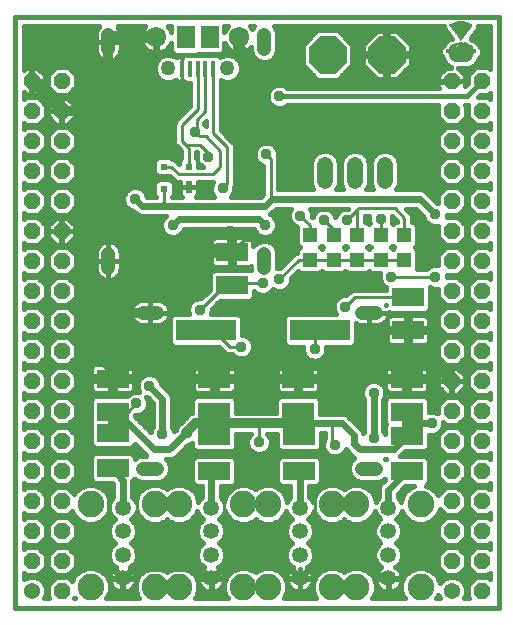
<source format=gtl>
G75*
%MOIN*%
%OFA0B0*%
%FSLAX24Y24*%
%IPPOS*%
%LPD*%
%AMOC8*
5,1,8,0,0,1.08239X$1,22.5*
%
%ADD10C,0.0160*%
%ADD11C,0.0540*%
%ADD12OC8,0.0540*%
%ADD13OC8,0.1250*%
%ADD14C,0.0472*%
%ADD15C,0.0540*%
%ADD16R,0.1063X0.0591*%
%ADD17R,0.1063X0.0630*%
%ADD18R,0.0472X0.0472*%
%ADD19R,0.0236X0.0394*%
%ADD20R,0.0236X0.0236*%
%ADD21R,0.2000X0.0700*%
%ADD22C,0.0531*%
%ADD23C,0.0886*%
%ADD24R,0.0157X0.0531*%
%ADD25R,0.0591X0.0748*%
%ADD26C,0.0679*%
%ADD27C,0.0502*%
%ADD28R,0.0421X0.0004*%
%ADD29R,0.0465X0.0004*%
%ADD30R,0.0492X0.0004*%
%ADD31R,0.0516X0.0004*%
%ADD32R,0.0531X0.0004*%
%ADD33R,0.0547X0.0004*%
%ADD34R,0.0563X0.0004*%
%ADD35R,0.0575X0.0004*%
%ADD36R,0.0587X0.0004*%
%ADD37R,0.0598X0.0004*%
%ADD38R,0.0610X0.0004*%
%ADD39R,0.0618X0.0004*%
%ADD40R,0.0626X0.0004*%
%ADD41R,0.0638X0.0004*%
%ADD42R,0.0646X0.0004*%
%ADD43R,0.0650X0.0004*%
%ADD44R,0.0657X0.0004*%
%ADD45R,0.0665X0.0004*%
%ADD46R,0.0673X0.0004*%
%ADD47R,0.0677X0.0004*%
%ADD48R,0.0685X0.0004*%
%ADD49R,0.0689X0.0004*%
%ADD50R,0.0693X0.0004*%
%ADD51R,0.0701X0.0004*%
%ADD52R,0.0705X0.0004*%
%ADD53R,0.0709X0.0004*%
%ADD54R,0.0717X0.0004*%
%ADD55R,0.0720X0.0004*%
%ADD56R,0.0724X0.0004*%
%ADD57R,0.0728X0.0004*%
%ADD58R,0.0732X0.0004*%
%ADD59R,0.0736X0.0004*%
%ADD60R,0.0740X0.0004*%
%ADD61R,0.0744X0.0004*%
%ADD62R,0.0748X0.0004*%
%ADD63R,0.0752X0.0004*%
%ADD64R,0.0756X0.0004*%
%ADD65R,0.0760X0.0004*%
%ADD66R,0.0764X0.0004*%
%ADD67R,0.0768X0.0004*%
%ADD68R,0.0772X0.0004*%
%ADD69R,0.0776X0.0004*%
%ADD70R,0.0780X0.0004*%
%ADD71R,0.0783X0.0004*%
%ADD72R,0.0787X0.0004*%
%ADD73R,0.0791X0.0004*%
%ADD74R,0.0795X0.0004*%
%ADD75R,0.0799X0.0004*%
%ADD76R,0.0803X0.0004*%
%ADD77R,0.0807X0.0004*%
%ADD78R,0.0811X0.0004*%
%ADD79R,0.0815X0.0004*%
%ADD80R,0.0819X0.0004*%
%ADD81R,0.0823X0.0004*%
%ADD82R,0.0827X0.0004*%
%ADD83R,0.0831X0.0004*%
%ADD84R,0.0835X0.0004*%
%ADD85R,0.0839X0.0004*%
%ADD86R,0.0909X0.0004*%
%ADD87R,0.0937X0.0004*%
%ADD88R,0.0953X0.0004*%
%ADD89R,0.0961X0.0004*%
%ADD90R,0.0969X0.0004*%
%ADD91R,0.0976X0.0004*%
%ADD92R,0.0980X0.0004*%
%ADD93R,0.0984X0.0004*%
%ADD94R,0.0965X0.0004*%
%ADD95R,0.0957X0.0004*%
%ADD96R,0.0945X0.0004*%
%ADD97R,0.0921X0.0004*%
%ADD98R,0.0232X0.0004*%
%ADD99R,0.0555X0.0004*%
%ADD100R,0.0224X0.0004*%
%ADD101R,0.0543X0.0004*%
%ADD102R,0.0539X0.0004*%
%ADD103R,0.0220X0.0004*%
%ADD104R,0.0535X0.0004*%
%ADD105R,0.0528X0.0004*%
%ADD106R,0.0520X0.0004*%
%ADD107R,0.0512X0.0004*%
%ADD108R,0.0500X0.0004*%
%ADD109R,0.0488X0.0004*%
%ADD110R,0.0484X0.0004*%
%ADD111R,0.0476X0.0004*%
%ADD112R,0.0449X0.0004*%
%ADD113R,0.0370X0.0004*%
%ADD114R,0.0043X0.0004*%
%ADD115R,0.0228X0.0004*%
%ADD116R,0.0358X0.0004*%
%ADD117R,0.0350X0.0004*%
%ADD118R,0.0343X0.0004*%
%ADD119R,0.0331X0.0004*%
%ADD120R,0.0319X0.0004*%
%ADD121R,0.0311X0.0004*%
%ADD122R,0.0307X0.0004*%
%ADD123R,0.0303X0.0004*%
%ADD124R,0.0063X0.0004*%
%ADD125R,0.0130X0.0004*%
%ADD126R,0.0445X0.0004*%
%ADD127R,0.0437X0.0004*%
%ADD128R,0.0433X0.0004*%
%ADD129R,0.0362X0.0004*%
%ADD130R,0.0047X0.0004*%
%ADD131R,0.0354X0.0004*%
%ADD132R,0.0031X0.0004*%
%ADD133R,0.0346X0.0004*%
%ADD134R,0.0339X0.0004*%
%ADD135R,0.0055X0.0004*%
%ADD136R,0.0177X0.0004*%
%ADD137R,0.0035X0.0004*%
%ADD138R,0.0161X0.0004*%
%ADD139R,0.0051X0.0004*%
%ADD140R,0.0142X0.0004*%
%ADD141R,0.0118X0.0004*%
%ADD142R,0.0091X0.0004*%
%ADD143R,0.0024X0.0004*%
%ADD144R,0.0020X0.0004*%
%ADD145R,0.0008X0.0004*%
%ADD146R,0.0004X0.0004*%
%ADD147R,0.0012X0.0004*%
%ADD148R,0.0028X0.0004*%
%ADD149R,0.0059X0.0004*%
%ADD150R,0.0067X0.0004*%
%ADD151R,0.0075X0.0004*%
%ADD152R,0.0083X0.0004*%
%ADD153R,0.0098X0.0004*%
%ADD154R,0.0106X0.0004*%
%ADD155R,0.0114X0.0004*%
%ADD156R,0.0122X0.0004*%
%ADD157R,0.0138X0.0004*%
%ADD158R,0.0146X0.0004*%
%ADD159R,0.0154X0.0004*%
%ADD160R,0.0165X0.0004*%
%ADD161R,0.0169X0.0004*%
%ADD162R,0.0185X0.0004*%
%ADD163R,0.0189X0.0004*%
%ADD164R,0.0193X0.0004*%
%ADD165R,0.0201X0.0004*%
%ADD166R,0.0209X0.0004*%
%ADD167R,0.0213X0.0004*%
%ADD168R,0.0217X0.0004*%
%ADD169R,0.0236X0.0004*%
%ADD170R,0.0240X0.0004*%
%ADD171R,0.0248X0.0004*%
%ADD172R,0.0256X0.0004*%
%ADD173R,0.0264X0.0004*%
%ADD174R,0.0272X0.0004*%
%ADD175R,0.0280X0.0004*%
%ADD176R,0.0287X0.0004*%
%ADD177R,0.0295X0.0004*%
%ADD178R,0.0299X0.0004*%
%ADD179R,0.0126X0.0004*%
%ADD180R,0.0157X0.0004*%
%ADD181R,0.0134X0.0004*%
%ADD182R,0.0173X0.0004*%
%ADD183R,0.0366X0.0004*%
%ADD184R,0.0374X0.0004*%
%ADD185R,0.0382X0.0004*%
%ADD186R,0.0390X0.0004*%
%ADD187R,0.0394X0.0004*%
%ADD188R,0.0398X0.0004*%
%ADD189R,0.0406X0.0004*%
%ADD190R,0.0409X0.0004*%
%ADD191R,0.0417X0.0004*%
%ADD192R,0.0429X0.0004*%
%ADD193R,0.0441X0.0004*%
%ADD194R,0.0453X0.0004*%
%ADD195R,0.0457X0.0004*%
%ADD196R,0.0469X0.0004*%
%ADD197R,0.0480X0.0004*%
%ADD198R,0.0504X0.0004*%
%ADD199R,0.0508X0.0004*%
%ADD200R,0.0551X0.0004*%
%ADD201R,0.0567X0.0004*%
%ADD202R,0.0579X0.0004*%
%ADD203R,0.0413X0.0004*%
%ADD204R,0.0425X0.0004*%
%ADD205R,0.0181X0.0004*%
%ADD206R,0.0634X0.0004*%
%ADD207R,0.0654X0.0004*%
%ADD208R,0.0661X0.0004*%
%ADD209R,0.0669X0.0004*%
%ADD210R,0.0697X0.0004*%
%ADD211R,0.0244X0.0004*%
%ADD212R,0.0252X0.0004*%
%ADD213R,0.0461X0.0004*%
%ADD214R,0.0094X0.0004*%
%ADD215R,0.0622X0.0004*%
%ADD216R,0.0102X0.0004*%
%ADD217R,0.0630X0.0004*%
%ADD218R,0.0614X0.0004*%
%ADD219R,0.0583X0.0004*%
%ADD220R,0.0327X0.0004*%
%ADD221C,0.0320*%
%ADD222C,0.0376*%
%ADD223C,0.0100*%
%ADD224C,0.0240*%
%ADD225C,0.0400*%
D10*
X002254Y004003D02*
X018396Y004003D01*
X018396Y023688D01*
X002254Y023688D01*
X002254Y004003D01*
X002564Y004959D02*
X002564Y005154D01*
X002630Y005088D01*
X003019Y005088D01*
X003295Y005363D01*
X003295Y005753D01*
X003019Y006028D01*
X002630Y006028D01*
X002564Y005962D01*
X002564Y006154D01*
X002630Y006088D01*
X003019Y006088D01*
X003295Y006363D01*
X003295Y006753D01*
X003019Y007028D01*
X002630Y007028D01*
X002564Y006962D01*
X002564Y007154D01*
X002630Y007088D01*
X003019Y007088D01*
X003295Y007363D01*
X003295Y007753D01*
X003019Y008028D01*
X002630Y008028D01*
X002564Y007962D01*
X002564Y008154D01*
X002630Y008088D01*
X003019Y008088D01*
X003295Y008363D01*
X003295Y008753D01*
X003019Y009028D01*
X002630Y009028D01*
X002564Y008962D01*
X002564Y009154D01*
X002630Y009088D01*
X003019Y009088D01*
X003295Y009363D01*
X003295Y009753D01*
X003019Y010028D01*
X002630Y010028D01*
X002564Y009962D01*
X002564Y010154D01*
X002630Y010088D01*
X003019Y010088D01*
X003295Y010363D01*
X003295Y010753D01*
X003019Y011028D01*
X002630Y011028D01*
X002564Y010962D01*
X002564Y011154D01*
X002630Y011088D01*
X003019Y011088D01*
X003295Y011363D01*
X003295Y011753D01*
X003019Y012028D01*
X002630Y012028D01*
X002564Y011962D01*
X002564Y012154D01*
X002630Y012088D01*
X003019Y012088D01*
X003295Y012363D01*
X003295Y012753D01*
X003019Y013028D01*
X002630Y013028D01*
X002564Y012962D01*
X002564Y013154D01*
X002630Y013088D01*
X003019Y013088D01*
X003295Y013363D01*
X003295Y013753D01*
X003019Y014028D01*
X002630Y014028D01*
X002564Y013962D01*
X002564Y014154D01*
X002630Y014088D01*
X003019Y014088D01*
X003295Y014363D01*
X003295Y014753D01*
X003019Y015028D01*
X002630Y015028D01*
X002564Y014962D01*
X002564Y015154D01*
X002630Y015088D01*
X003019Y015088D01*
X003295Y015363D01*
X003295Y015753D01*
X003019Y016028D01*
X002630Y016028D01*
X002564Y015962D01*
X002564Y016154D01*
X002630Y016088D01*
X003019Y016088D01*
X003295Y016363D01*
X003295Y016753D01*
X003019Y017028D01*
X002630Y017028D01*
X002564Y016962D01*
X002564Y017154D01*
X002630Y017088D01*
X003019Y017088D01*
X003295Y017363D01*
X003295Y017753D01*
X003019Y018028D01*
X002630Y018028D01*
X002564Y017962D01*
X002564Y018154D01*
X002630Y018088D01*
X003019Y018088D01*
X003295Y018363D01*
X003295Y018753D01*
X003019Y019028D01*
X002630Y019028D01*
X002564Y018962D01*
X002564Y019154D01*
X002630Y019088D01*
X003019Y019088D01*
X003295Y019363D01*
X003295Y019753D01*
X003019Y020028D01*
X002630Y020028D01*
X002564Y019962D01*
X002564Y020154D01*
X002630Y020088D01*
X003019Y020088D01*
X003295Y020363D01*
X003295Y020753D01*
X003019Y021028D01*
X002630Y021028D01*
X002564Y020962D01*
X002564Y021183D01*
X002638Y021108D01*
X002815Y021108D01*
X002815Y021548D01*
X002835Y021548D01*
X002835Y021568D01*
X003275Y021568D01*
X003275Y021744D01*
X003011Y022008D01*
X002835Y022008D01*
X002835Y021568D01*
X002815Y021568D01*
X002815Y022008D01*
X002638Y022008D01*
X002564Y021934D01*
X002564Y023378D01*
X005054Y023378D01*
X005052Y023376D01*
X005014Y023323D01*
X004984Y023265D01*
X004964Y023203D01*
X004953Y023138D01*
X004953Y022869D01*
X004953Y022600D01*
X004964Y022535D01*
X004984Y022473D01*
X005014Y022415D01*
X005052Y022362D01*
X005098Y022315D01*
X005151Y022277D01*
X005210Y022247D01*
X005272Y022227D01*
X005337Y022217D01*
X005370Y022217D01*
X005402Y022217D01*
X005467Y022227D01*
X005529Y022247D01*
X005588Y022277D01*
X005641Y022315D01*
X005687Y022362D01*
X005726Y022415D01*
X005755Y022473D01*
X005776Y022535D01*
X005786Y022600D01*
X005786Y022869D01*
X005370Y022869D01*
X005370Y022869D01*
X005786Y022869D01*
X005786Y023138D01*
X005776Y023203D01*
X005755Y023265D01*
X005726Y023323D01*
X005687Y023376D01*
X005685Y023378D01*
X006603Y023378D01*
X006582Y023357D01*
X006534Y023291D01*
X006497Y023218D01*
X006471Y023140D01*
X006459Y023060D01*
X006459Y023052D01*
X006945Y023052D01*
X006945Y022986D01*
X006459Y022986D01*
X006459Y022978D01*
X006471Y022897D01*
X006497Y022819D01*
X006534Y022746D01*
X006582Y022680D01*
X006640Y022622D01*
X006706Y022574D01*
X006779Y022537D01*
X006857Y022512D01*
X006937Y022499D01*
X006945Y022499D01*
X006945Y022986D01*
X007011Y022986D01*
X007011Y022499D01*
X007019Y022499D01*
X007100Y022512D01*
X007178Y022537D01*
X007251Y022574D01*
X007317Y022622D01*
X007375Y022680D01*
X007423Y022746D01*
X007460Y022819D01*
X007467Y022842D01*
X007467Y022558D01*
X007584Y022441D01*
X008341Y022441D01*
X008358Y022458D01*
X008372Y022445D01*
X009128Y022445D01*
X009245Y022562D01*
X009245Y022842D01*
X009253Y022819D01*
X009290Y022746D01*
X009338Y022680D01*
X009396Y022622D01*
X009462Y022574D01*
X009535Y022537D01*
X009612Y022512D01*
X009693Y022499D01*
X009701Y022499D01*
X009701Y022986D01*
X009767Y022986D01*
X009767Y022499D01*
X009775Y022499D01*
X009856Y022512D01*
X009934Y022537D01*
X010006Y022574D01*
X010073Y022622D01*
X010130Y022680D01*
X010133Y022684D01*
X010133Y022546D01*
X010200Y022386D01*
X010322Y022263D01*
X010483Y022197D01*
X010656Y022197D01*
X010817Y022263D01*
X010939Y022386D01*
X011006Y022546D01*
X011006Y023192D01*
X010939Y023352D01*
X010914Y023378D01*
X016556Y023378D01*
X016556Y023320D01*
X016564Y023312D01*
X016564Y023308D01*
X016575Y023296D01*
X016575Y023292D01*
X016587Y023280D01*
X016587Y023276D01*
X016599Y023265D01*
X016599Y023261D01*
X016611Y023249D01*
X016611Y023245D01*
X016619Y023237D01*
X016619Y023233D01*
X016631Y023221D01*
X016631Y023217D01*
X016642Y023206D01*
X016642Y023202D01*
X016654Y023190D01*
X016654Y023186D01*
X016666Y023174D01*
X016666Y023170D01*
X016678Y023158D01*
X016678Y023154D01*
X016686Y023146D01*
X016686Y023143D01*
X016698Y023131D01*
X016698Y023127D01*
X016709Y023115D01*
X016709Y023111D01*
X016717Y023103D01*
X016721Y023099D01*
X016721Y023095D01*
X016733Y023083D01*
X016733Y023080D01*
X016741Y023072D01*
X016741Y023068D01*
X016753Y023056D01*
X016753Y023052D01*
X016764Y023040D01*
X016764Y023036D01*
X016776Y023024D01*
X016776Y023021D01*
X016788Y023009D01*
X016788Y023005D01*
X016792Y023001D01*
X016792Y023001D01*
X016796Y022997D01*
X016796Y022993D01*
X016808Y022981D01*
X016808Y022977D01*
X016820Y022965D01*
X016820Y022961D01*
X016760Y022961D01*
X016756Y022957D01*
X016744Y022957D01*
X016740Y022953D01*
X016732Y022953D01*
X016728Y022949D01*
X016724Y022949D01*
X016720Y022945D01*
X016716Y022945D01*
X016708Y022937D01*
X016704Y022937D01*
X016587Y022820D01*
X016583Y022816D01*
X016579Y022812D01*
X016575Y022808D01*
X016572Y022804D01*
X016568Y022800D01*
X016564Y022796D01*
X016564Y022792D01*
X016560Y022789D01*
X016556Y022785D01*
X016556Y022781D01*
X016552Y022777D01*
X016552Y022773D01*
X016548Y022769D01*
X016548Y022765D01*
X016544Y022761D01*
X016544Y022761D01*
X016457Y022674D01*
X016453Y022670D01*
X016453Y022667D01*
X016449Y022663D01*
X016449Y022659D01*
X016446Y022655D01*
X016446Y022430D01*
X016449Y022426D01*
X016449Y022422D01*
X016528Y022343D01*
X016528Y022339D01*
X016532Y022335D01*
X016532Y022324D01*
X016536Y022320D01*
X016536Y022312D01*
X016540Y022308D01*
X016540Y022300D01*
X016544Y022296D01*
X016544Y022288D01*
X016548Y022284D01*
X016548Y022276D01*
X016552Y022272D01*
X016552Y022269D01*
X016556Y022265D01*
X016556Y022257D01*
X016560Y022253D01*
X016560Y022249D01*
X016564Y022245D01*
X016564Y022241D01*
X016568Y022237D01*
X016568Y022233D01*
X016572Y022229D01*
X016572Y022225D01*
X016575Y022221D01*
X016575Y022217D01*
X016583Y022209D01*
X016583Y022206D01*
X016591Y022198D01*
X016591Y022194D01*
X016611Y022174D01*
X016611Y022170D01*
X016728Y022053D01*
X016732Y022049D01*
X016736Y022049D01*
X016740Y022045D01*
X016744Y022041D01*
X016748Y022037D01*
X016752Y022033D01*
X016756Y022033D01*
X016760Y022029D01*
X016763Y022025D01*
X016767Y022025D01*
X016771Y022021D01*
X016775Y022021D01*
X016779Y022018D01*
X016783Y022018D01*
X016787Y022014D01*
X016791Y022014D01*
X016795Y022010D01*
X016803Y022010D01*
X016804Y022008D01*
X016638Y022008D01*
X016375Y021744D01*
X016375Y021568D01*
X016815Y021568D01*
X016815Y021548D01*
X016375Y021548D01*
X016375Y021372D01*
X016416Y021330D01*
X011342Y021330D01*
X011293Y021379D01*
X011150Y021438D01*
X010996Y021438D01*
X010853Y021379D01*
X010744Y021270D01*
X010685Y021127D01*
X010685Y020973D01*
X010744Y020830D01*
X010853Y020721D01*
X010996Y020662D01*
X011150Y020662D01*
X011293Y020721D01*
X011342Y020770D01*
X016372Y020770D01*
X016355Y020753D01*
X016355Y020363D01*
X016630Y020088D01*
X017019Y020088D01*
X017295Y020363D01*
X017295Y020753D01*
X017277Y020770D01*
X017372Y020770D01*
X017355Y020753D01*
X017355Y020363D01*
X017630Y020088D01*
X018019Y020088D01*
X018086Y020154D01*
X018086Y019962D01*
X018019Y020028D01*
X017630Y020028D01*
X017355Y019753D01*
X017355Y019363D01*
X017630Y019088D01*
X018019Y019088D01*
X018086Y019154D01*
X018086Y018962D01*
X018019Y019028D01*
X017630Y019028D01*
X017355Y018753D01*
X017355Y018363D01*
X017630Y018088D01*
X018019Y018088D01*
X018086Y018154D01*
X018086Y017962D01*
X018019Y018028D01*
X017630Y018028D01*
X017355Y017753D01*
X017355Y017363D01*
X017630Y017088D01*
X018019Y017088D01*
X018086Y017154D01*
X018086Y016962D01*
X018019Y017028D01*
X017630Y017028D01*
X017355Y016753D01*
X017355Y016363D01*
X017630Y016088D01*
X018019Y016088D01*
X018086Y016154D01*
X018086Y015962D01*
X018019Y016028D01*
X017630Y016028D01*
X017355Y015753D01*
X017355Y015363D01*
X017630Y015088D01*
X018019Y015088D01*
X018086Y015154D01*
X018086Y014962D01*
X018019Y015028D01*
X017630Y015028D01*
X017355Y014753D01*
X017355Y014363D01*
X017630Y014088D01*
X018019Y014088D01*
X018086Y014154D01*
X018086Y013962D01*
X018019Y014028D01*
X017630Y014028D01*
X017355Y013753D01*
X017355Y013363D01*
X017630Y013088D01*
X018019Y013088D01*
X018086Y013154D01*
X018086Y012962D01*
X018019Y013028D01*
X017630Y013028D01*
X017355Y012753D01*
X017355Y012363D01*
X017630Y012088D01*
X018019Y012088D01*
X018086Y012154D01*
X018086Y011962D01*
X018019Y012028D01*
X017630Y012028D01*
X017355Y011753D01*
X017355Y011363D01*
X017630Y011088D01*
X018019Y011088D01*
X018086Y011154D01*
X018086Y010962D01*
X018019Y011028D01*
X017630Y011028D01*
X017355Y010753D01*
X017355Y010363D01*
X017630Y010088D01*
X018019Y010088D01*
X018086Y010154D01*
X018086Y009962D01*
X018019Y010028D01*
X017630Y010028D01*
X017355Y009753D01*
X017355Y009363D01*
X017630Y009088D01*
X018019Y009088D01*
X018086Y009154D01*
X018086Y008962D01*
X018019Y009028D01*
X017630Y009028D01*
X017355Y008753D01*
X017355Y008363D01*
X017630Y008088D01*
X018019Y008088D01*
X018086Y008154D01*
X018086Y007962D01*
X018019Y008028D01*
X017630Y008028D01*
X017355Y007753D01*
X017355Y007363D01*
X017630Y007088D01*
X018019Y007088D01*
X018086Y007154D01*
X018086Y006962D01*
X018019Y007028D01*
X017630Y007028D01*
X017355Y006753D01*
X017355Y006363D01*
X017630Y006088D01*
X018019Y006088D01*
X018086Y006154D01*
X018086Y005962D01*
X018019Y006028D01*
X017630Y006028D01*
X017355Y005753D01*
X017355Y005363D01*
X017630Y005088D01*
X018019Y005088D01*
X018086Y005154D01*
X018086Y004962D01*
X018019Y005028D01*
X017630Y005028D01*
X017355Y004753D01*
X017355Y004363D01*
X017405Y004313D01*
X017232Y004313D01*
X017295Y004465D01*
X017295Y004652D01*
X017223Y004824D01*
X017091Y004957D01*
X016918Y005028D01*
X016731Y005028D01*
X016558Y004957D01*
X016426Y004824D01*
X016330Y005056D01*
X016149Y005237D01*
X015913Y005335D01*
X015657Y005335D01*
X015421Y005237D01*
X015240Y005056D01*
X015142Y004820D01*
X015142Y004564D01*
X015240Y004328D01*
X015255Y004313D01*
X014174Y004313D01*
X014189Y004328D01*
X014286Y004564D01*
X014286Y004820D01*
X014189Y005056D01*
X014008Y005237D01*
X013771Y005335D01*
X013516Y005335D01*
X013279Y005237D01*
X013238Y005196D01*
X013197Y005237D01*
X012960Y005335D01*
X012705Y005335D01*
X012468Y005237D01*
X012288Y005056D01*
X012190Y004820D01*
X012190Y004564D01*
X012288Y004328D01*
X012302Y004313D01*
X011221Y004313D01*
X011236Y004328D01*
X011334Y004564D01*
X011334Y004820D01*
X011236Y005056D01*
X011055Y005237D01*
X010819Y005335D01*
X010563Y005335D01*
X010327Y005237D01*
X010285Y005196D01*
X010244Y005237D01*
X010008Y005335D01*
X009752Y005335D01*
X009516Y005237D01*
X009335Y005056D01*
X009237Y004820D01*
X009237Y004564D01*
X009335Y004328D01*
X009350Y004313D01*
X008268Y004313D01*
X008283Y004328D01*
X008381Y004564D01*
X008381Y004820D01*
X008283Y005056D01*
X008102Y005237D01*
X007866Y005335D01*
X007610Y005335D01*
X007374Y005237D01*
X007333Y005196D01*
X007291Y005237D01*
X007055Y005335D01*
X006799Y005335D01*
X006563Y005237D01*
X006382Y005056D01*
X006284Y004820D01*
X006284Y004564D01*
X006382Y004328D01*
X006397Y004313D01*
X005316Y004313D01*
X005330Y004328D01*
X005428Y004564D01*
X005428Y004820D01*
X005330Y005056D01*
X005149Y005237D01*
X004913Y005335D01*
X004657Y005335D01*
X004421Y005237D01*
X004240Y005056D01*
X004167Y004880D01*
X004019Y005028D01*
X003630Y005028D01*
X003355Y004753D01*
X003355Y004363D01*
X003405Y004313D01*
X003232Y004313D01*
X003295Y004465D01*
X003295Y004652D01*
X003223Y004824D01*
X003091Y004957D01*
X002918Y005028D01*
X002731Y005028D01*
X002564Y004959D01*
X002564Y005112D02*
X002606Y005112D01*
X003044Y005112D02*
X003606Y005112D01*
X003630Y005088D02*
X004019Y005088D01*
X004295Y005363D01*
X004295Y005753D01*
X004019Y006028D01*
X003630Y006028D01*
X003355Y005753D01*
X003355Y005363D01*
X003630Y005088D01*
X003556Y004954D02*
X003093Y004954D01*
X003235Y004795D02*
X003397Y004795D01*
X003355Y004637D02*
X003295Y004637D01*
X003295Y004478D02*
X003355Y004478D01*
X003398Y004320D02*
X003235Y004320D01*
X003202Y005271D02*
X003447Y005271D01*
X003355Y005429D02*
X003295Y005429D01*
X003295Y005588D02*
X003355Y005588D01*
X003355Y005746D02*
X003295Y005746D01*
X003142Y005905D02*
X003507Y005905D01*
X003630Y006088D02*
X004019Y006088D01*
X004295Y006363D01*
X004295Y006753D01*
X004019Y007028D01*
X003630Y007028D01*
X003355Y006753D01*
X003355Y006363D01*
X003630Y006088D01*
X003496Y006222D02*
X003153Y006222D01*
X003295Y006380D02*
X003355Y006380D01*
X003355Y006539D02*
X003295Y006539D01*
X003295Y006697D02*
X003355Y006697D01*
X003458Y006856D02*
X003191Y006856D01*
X003033Y007014D02*
X003616Y007014D01*
X003630Y007088D02*
X004019Y007088D01*
X004174Y007243D01*
X004240Y007084D01*
X004421Y006903D01*
X004657Y006805D01*
X004913Y006805D01*
X005149Y006903D01*
X005330Y007084D01*
X005395Y007239D01*
X005461Y007078D01*
X005591Y006948D01*
X005461Y006818D01*
X005390Y006647D01*
X005390Y006461D01*
X005461Y006290D01*
X005591Y006160D01*
X005461Y006031D01*
X005390Y005859D01*
X005390Y005674D01*
X005461Y005503D01*
X005592Y005372D01*
X005622Y005360D01*
X005566Y005319D01*
X005516Y005270D01*
X005475Y005213D01*
X005443Y005150D01*
X005421Y005084D01*
X005410Y005014D01*
X005410Y004988D01*
X005848Y004988D01*
X005848Y004971D01*
X005865Y004971D01*
X005865Y004988D01*
X006302Y004988D01*
X006302Y005014D01*
X006291Y005084D01*
X006269Y005150D01*
X006237Y005213D01*
X006196Y005270D01*
X006147Y005319D01*
X006091Y005360D01*
X006120Y005372D01*
X006251Y005503D01*
X006322Y005674D01*
X006322Y005859D01*
X006251Y006031D01*
X006121Y006160D01*
X006251Y006290D01*
X006322Y006461D01*
X006322Y006647D01*
X006251Y006818D01*
X006121Y006948D01*
X006251Y007078D01*
X006318Y007239D01*
X006382Y007084D01*
X006563Y006903D01*
X006799Y006805D01*
X007055Y006805D01*
X007291Y006903D01*
X007333Y006944D01*
X007374Y006903D01*
X007610Y006805D01*
X007866Y006805D01*
X008102Y006903D01*
X008283Y007084D01*
X008347Y007239D01*
X008414Y007078D01*
X008544Y006948D01*
X008414Y006818D01*
X008343Y006647D01*
X008343Y006461D01*
X008414Y006290D01*
X008544Y006160D01*
X008414Y006031D01*
X008343Y005859D01*
X008343Y005674D01*
X008414Y005503D01*
X008545Y005372D01*
X008574Y005360D01*
X008519Y005319D01*
X008469Y005270D01*
X008428Y005213D01*
X008396Y005150D01*
X008374Y005084D01*
X008363Y005014D01*
X008363Y004988D01*
X008800Y004988D01*
X008800Y004971D01*
X008363Y004971D01*
X008363Y004944D01*
X008374Y004875D01*
X008396Y004808D01*
X008428Y004746D01*
X008469Y004689D01*
X008519Y004639D01*
X008575Y004598D01*
X008638Y004566D01*
X008705Y004545D01*
X008774Y004534D01*
X008800Y004534D01*
X008800Y004971D01*
X008818Y004971D01*
X008818Y004988D01*
X009255Y004988D01*
X009255Y005014D01*
X009244Y005084D01*
X009222Y005150D01*
X009190Y005213D01*
X009149Y005270D01*
X009099Y005319D01*
X009044Y005360D01*
X009073Y005372D01*
X009204Y005503D01*
X009275Y005674D01*
X009275Y005859D01*
X009204Y006031D01*
X009074Y006160D01*
X009204Y006290D01*
X009275Y006461D01*
X009275Y006647D01*
X009204Y006818D01*
X009074Y006948D01*
X009204Y007078D01*
X009270Y007239D01*
X009335Y007084D01*
X009516Y006903D01*
X009752Y006805D01*
X010008Y006805D01*
X010244Y006903D01*
X010285Y006944D01*
X010327Y006903D01*
X010563Y006805D01*
X010819Y006805D01*
X011055Y006903D01*
X011236Y007084D01*
X011300Y007239D01*
X011367Y007078D01*
X011497Y006948D01*
X011367Y006818D01*
X011296Y006647D01*
X011296Y006461D01*
X011367Y006290D01*
X011497Y006160D01*
X011367Y006031D01*
X011296Y005859D01*
X011296Y005674D01*
X011367Y005503D01*
X011498Y005372D01*
X011527Y005360D01*
X011471Y005319D01*
X011422Y005270D01*
X011380Y005213D01*
X011349Y005150D01*
X011327Y005084D01*
X011316Y005014D01*
X011316Y004988D01*
X011753Y004988D01*
X011753Y004971D01*
X011316Y004971D01*
X011316Y004944D01*
X011327Y004875D01*
X011349Y004808D01*
X011380Y004746D01*
X011422Y004689D01*
X011471Y004639D01*
X011528Y004598D01*
X011591Y004566D01*
X011657Y004545D01*
X011727Y004534D01*
X011753Y004534D01*
X011753Y004971D01*
X011770Y004971D01*
X011770Y004534D01*
X011797Y004534D01*
X011866Y004545D01*
X011933Y004566D01*
X011995Y004598D01*
X012052Y004639D01*
X012102Y004689D01*
X012143Y004746D01*
X012175Y004808D01*
X012196Y004875D01*
X012207Y004944D01*
X012207Y004971D01*
X011770Y004971D01*
X011770Y004988D01*
X011770Y005301D01*
X011753Y005301D01*
X011753Y004988D01*
X011770Y004988D01*
X012207Y004988D01*
X012207Y005014D01*
X012196Y005084D01*
X012175Y005150D01*
X012143Y005213D01*
X012102Y005270D01*
X012052Y005319D01*
X011996Y005360D01*
X012026Y005372D01*
X012157Y005503D01*
X012227Y005674D01*
X012227Y005859D01*
X012157Y006031D01*
X012027Y006160D01*
X012157Y006290D01*
X012227Y006461D01*
X012227Y006647D01*
X012157Y006818D01*
X012027Y006948D01*
X012157Y007078D01*
X012223Y007239D01*
X012288Y007084D01*
X012468Y006903D01*
X012705Y006805D01*
X012960Y006805D01*
X013197Y006903D01*
X013238Y006944D01*
X013279Y006903D01*
X013516Y006805D01*
X013771Y006805D01*
X014008Y006903D01*
X014189Y007084D01*
X014253Y007239D01*
X014320Y007078D01*
X014449Y006948D01*
X014320Y006818D01*
X014249Y006647D01*
X014249Y006461D01*
X014320Y006290D01*
X014449Y006160D01*
X014320Y006031D01*
X014249Y005859D01*
X014249Y005674D01*
X014320Y005503D01*
X014451Y005372D01*
X014480Y005360D01*
X014424Y005319D01*
X014374Y005270D01*
X014333Y005213D01*
X014301Y005150D01*
X014280Y005084D01*
X014269Y005014D01*
X014269Y004988D01*
X014706Y004988D01*
X014706Y004971D01*
X014269Y004971D01*
X014269Y004944D01*
X014280Y004875D01*
X014301Y004808D01*
X014333Y004746D01*
X014374Y004689D01*
X014424Y004639D01*
X014481Y004598D01*
X014543Y004566D01*
X014610Y004545D01*
X014679Y004534D01*
X014706Y004534D01*
X014706Y004971D01*
X014723Y004971D01*
X014723Y004988D01*
X015160Y004988D01*
X015160Y005014D01*
X015149Y005084D01*
X015128Y005150D01*
X015096Y005213D01*
X015054Y005270D01*
X015005Y005319D01*
X014949Y005360D01*
X014978Y005372D01*
X015109Y005503D01*
X015180Y005674D01*
X015180Y005859D01*
X015109Y006031D01*
X014979Y006160D01*
X015109Y006290D01*
X015180Y006461D01*
X015180Y006647D01*
X015109Y006818D01*
X014979Y006948D01*
X015109Y007078D01*
X015176Y007239D01*
X015240Y007084D01*
X015421Y006903D01*
X015657Y006805D01*
X015913Y006805D01*
X016149Y006903D01*
X016330Y007084D01*
X016419Y007299D01*
X016630Y007088D01*
X017019Y007088D01*
X017295Y007363D01*
X017295Y007753D01*
X017019Y008028D01*
X016630Y008028D01*
X016355Y007753D01*
X016330Y007812D01*
X016149Y007993D01*
X015957Y008073D01*
X016056Y008172D01*
X016056Y008928D01*
X015939Y009045D01*
X015111Y009045D01*
X015282Y009216D01*
X015939Y009216D01*
X016056Y009333D01*
X016056Y009764D01*
X016074Y009757D01*
X016229Y009757D01*
X016371Y009816D01*
X016480Y009925D01*
X016540Y010067D01*
X016540Y010179D01*
X016630Y010088D01*
X017019Y010088D01*
X017295Y010363D01*
X017295Y010753D01*
X017019Y011028D01*
X016630Y011028D01*
X016355Y010753D01*
X016355Y010481D01*
X016229Y010533D01*
X016074Y010533D01*
X016056Y010525D01*
X016056Y010936D01*
X015939Y011053D01*
X014710Y011053D01*
X014593Y010936D01*
X014593Y010141D01*
X014619Y010115D01*
X014593Y010090D01*
X014593Y009791D01*
X014551Y009892D01*
X014542Y009901D01*
X014542Y010939D01*
X014551Y010948D01*
X014610Y011091D01*
X014610Y011246D01*
X014551Y011388D01*
X014442Y011497D01*
X014300Y011556D01*
X014145Y011556D01*
X014002Y011497D01*
X013893Y011388D01*
X013834Y011246D01*
X013834Y011091D01*
X013893Y010948D01*
X013902Y010939D01*
X013902Y009901D01*
X013893Y009892D01*
X013867Y009829D01*
X013824Y009932D01*
X013734Y010022D01*
X013341Y010416D01*
X013223Y010465D01*
X012434Y010465D01*
X012434Y010936D01*
X012317Y011053D01*
X011088Y011053D01*
X010971Y010936D01*
X010971Y010505D01*
X009639Y010505D01*
X009639Y010936D01*
X009522Y011053D01*
X008293Y011053D01*
X008176Y010936D01*
X008176Y010492D01*
X008074Y010450D01*
X007972Y010349D01*
X007783Y010159D01*
X007782Y010159D01*
X007673Y010050D01*
X007673Y010049D01*
X007657Y010034D01*
X007617Y009937D01*
X007559Y009878D01*
X007504Y010010D01*
X007495Y010019D01*
X007495Y011035D01*
X007446Y011153D01*
X007130Y011469D01*
X007130Y011482D01*
X007071Y011624D01*
X006962Y011734D01*
X006819Y011793D01*
X006665Y011793D01*
X006522Y011734D01*
X006413Y011624D01*
X006354Y011482D01*
X006354Y011327D01*
X006410Y011192D01*
X006386Y011202D01*
X006232Y011202D01*
X006089Y011143D01*
X005999Y011053D01*
X004907Y011053D01*
X004790Y010936D01*
X004790Y009452D01*
X004907Y009334D01*
X006136Y009334D01*
X006253Y009452D01*
X006253Y009472D01*
X006628Y009097D01*
X006649Y009076D01*
X006450Y009076D01*
X006289Y009010D01*
X006253Y008973D01*
X006253Y009046D01*
X006136Y009164D01*
X004907Y009164D01*
X004790Y009046D01*
X004790Y008290D01*
X004907Y008173D01*
X005490Y008173D01*
X005536Y008110D01*
X005536Y007680D01*
X005461Y007605D01*
X005428Y007525D01*
X005428Y007576D01*
X005330Y007812D01*
X005149Y007993D01*
X004913Y008091D01*
X004657Y008091D01*
X004421Y007993D01*
X004240Y007812D01*
X004239Y007809D01*
X004019Y008028D01*
X003630Y008028D01*
X003355Y007753D01*
X003355Y007363D01*
X003630Y007088D01*
X003545Y007173D02*
X003104Y007173D01*
X003263Y007331D02*
X003387Y007331D01*
X003355Y007490D02*
X003295Y007490D01*
X003295Y007648D02*
X003355Y007648D01*
X003409Y007807D02*
X003240Y007807D01*
X003082Y007965D02*
X003567Y007965D01*
X003630Y008088D02*
X004019Y008088D01*
X004295Y008363D01*
X004295Y008753D01*
X004019Y009028D01*
X003630Y009028D01*
X003355Y008753D01*
X003355Y008363D01*
X003630Y008088D01*
X003594Y008124D02*
X003055Y008124D01*
X003214Y008282D02*
X003436Y008282D01*
X003355Y008441D02*
X003295Y008441D01*
X003295Y008599D02*
X003355Y008599D01*
X003360Y008758D02*
X003289Y008758D01*
X003131Y008916D02*
X003518Y008916D01*
X003630Y009088D02*
X004019Y009088D01*
X004295Y009363D01*
X004295Y009753D01*
X004019Y010028D01*
X003630Y010028D01*
X003355Y009753D01*
X003355Y009363D01*
X003630Y009088D01*
X003485Y009233D02*
X003165Y009233D01*
X003295Y009392D02*
X003355Y009392D01*
X003355Y009550D02*
X003295Y009550D01*
X003295Y009709D02*
X003355Y009709D01*
X003469Y009867D02*
X003180Y009867D01*
X003021Y010026D02*
X003628Y010026D01*
X003630Y010088D02*
X004019Y010088D01*
X004295Y010363D01*
X004295Y010753D01*
X004019Y011028D01*
X003630Y011028D01*
X003355Y010753D01*
X003355Y010363D01*
X003630Y010088D01*
X003534Y010184D02*
X003116Y010184D01*
X003274Y010343D02*
X003375Y010343D01*
X003355Y010501D02*
X003295Y010501D01*
X003295Y010660D02*
X003355Y010660D01*
X003420Y010818D02*
X003229Y010818D01*
X003070Y010977D02*
X003579Y010977D01*
X003630Y011088D02*
X004019Y011088D01*
X004295Y011363D01*
X004295Y011753D01*
X004019Y012028D01*
X003630Y012028D01*
X003355Y011753D01*
X003355Y011363D01*
X003630Y011088D01*
X003583Y011135D02*
X003067Y011135D01*
X003225Y011294D02*
X003424Y011294D01*
X003355Y011452D02*
X003295Y011452D01*
X003295Y011611D02*
X003355Y011611D01*
X003371Y011769D02*
X003278Y011769D01*
X003119Y011928D02*
X003530Y011928D01*
X003630Y012088D02*
X004019Y012088D01*
X004295Y012363D01*
X004295Y012753D01*
X004019Y013028D01*
X003630Y013028D01*
X003355Y012753D01*
X003355Y012363D01*
X003630Y012088D01*
X003473Y012245D02*
X003176Y012245D01*
X003295Y012403D02*
X003355Y012403D01*
X003355Y012562D02*
X003295Y012562D01*
X003295Y012720D02*
X003355Y012720D01*
X003481Y012879D02*
X003168Y012879D01*
X003127Y013196D02*
X003522Y013196D01*
X003630Y013088D02*
X004019Y013088D01*
X004295Y013363D01*
X004295Y013753D01*
X004019Y014028D01*
X003630Y014028D01*
X003355Y013753D01*
X003355Y013363D01*
X003630Y013088D01*
X003364Y013354D02*
X003286Y013354D01*
X003295Y013513D02*
X003355Y013513D01*
X003355Y013671D02*
X003295Y013671D01*
X003217Y013830D02*
X003432Y013830D01*
X003590Y013988D02*
X003059Y013988D01*
X003078Y014147D02*
X003571Y014147D01*
X003630Y014088D02*
X004019Y014088D01*
X004295Y014363D01*
X004295Y014753D01*
X004019Y015028D01*
X003630Y015028D01*
X003355Y014753D01*
X003355Y014363D01*
X003630Y014088D01*
X003413Y014305D02*
X003237Y014305D01*
X003295Y014464D02*
X003355Y014464D01*
X003355Y014622D02*
X003295Y014622D01*
X003266Y014781D02*
X003383Y014781D01*
X003541Y014939D02*
X003108Y014939D01*
X003029Y015098D02*
X003620Y015098D01*
X003630Y015088D02*
X004019Y015088D01*
X004295Y015363D01*
X004295Y015753D01*
X004019Y016028D01*
X003630Y016028D01*
X003355Y015753D01*
X003355Y015363D01*
X003630Y015088D01*
X003462Y015256D02*
X003188Y015256D01*
X003295Y015415D02*
X003355Y015415D01*
X003355Y015573D02*
X003295Y015573D01*
X003295Y015732D02*
X003355Y015732D01*
X003492Y015890D02*
X003157Y015890D01*
X003139Y016207D02*
X003539Y016207D01*
X003638Y016108D02*
X003375Y016372D01*
X003375Y016548D01*
X003815Y016548D01*
X003835Y016548D01*
X003835Y016568D01*
X004275Y016568D01*
X004275Y016744D01*
X004011Y017008D01*
X003835Y017008D01*
X003835Y016568D01*
X003815Y016568D01*
X003815Y017008D01*
X003638Y017008D01*
X003375Y016744D01*
X003375Y016568D01*
X003815Y016568D01*
X003815Y016548D01*
X003815Y016108D01*
X003638Y016108D01*
X003835Y016108D02*
X004011Y016108D01*
X004275Y016372D01*
X004275Y016548D01*
X003835Y016548D01*
X003835Y016108D01*
X003835Y016207D02*
X003815Y016207D01*
X003815Y016366D02*
X003835Y016366D01*
X003835Y016524D02*
X003815Y016524D01*
X003815Y016683D02*
X003835Y016683D01*
X003835Y016841D02*
X003815Y016841D01*
X003815Y017000D02*
X003835Y017000D01*
X004019Y017000D02*
X007222Y017000D01*
X007200Y016979D02*
X007290Y017069D01*
X006442Y017069D01*
X006325Y017117D01*
X006234Y017208D01*
X006205Y017237D01*
X006192Y017237D01*
X006050Y017296D01*
X005941Y017405D01*
X005881Y017548D01*
X005881Y017702D01*
X005941Y017845D01*
X006050Y017954D01*
X006192Y018013D01*
X006347Y018013D01*
X006489Y017954D01*
X006599Y017845D01*
X006655Y017709D01*
X006966Y017709D01*
X006916Y017759D01*
X006916Y018161D01*
X007033Y018278D01*
X007435Y018278D01*
X007552Y018161D01*
X007552Y017759D01*
X007502Y017709D01*
X007821Y017709D01*
X007799Y017731D01*
X007775Y017772D01*
X007763Y017818D01*
X007763Y018038D01*
X008061Y018038D01*
X008061Y018038D01*
X008359Y018038D01*
X008359Y017818D01*
X008347Y017772D01*
X008323Y017731D01*
X008301Y017709D01*
X008905Y017709D01*
X008854Y017759D01*
X008795Y017902D01*
X008795Y018057D01*
X008854Y018199D01*
X008857Y018202D01*
X008359Y018202D01*
X008359Y018038D01*
X008061Y018038D01*
X008061Y018038D01*
X007763Y018038D01*
X007763Y018202D01*
X007677Y018202D01*
X007585Y018240D01*
X007514Y018310D01*
X007435Y018390D01*
X007033Y018390D01*
X006916Y018507D01*
X006916Y018909D01*
X007033Y019026D01*
X007435Y019026D01*
X007503Y018958D01*
X007520Y018958D01*
X007612Y018920D01*
X007743Y018789D01*
X007743Y018909D01*
X007811Y018977D01*
X007811Y019234D01*
X007751Y019294D01*
X007613Y019432D01*
X007575Y019524D01*
X007575Y020135D01*
X007613Y020227D01*
X008106Y020721D01*
X008106Y021500D01*
X007939Y021500D01*
X007919Y021520D01*
X007844Y021520D01*
X007844Y021594D01*
X007844Y021594D01*
X007844Y021520D01*
X007742Y021520D01*
X007696Y021532D01*
X007655Y021556D01*
X007622Y021589D01*
X007616Y021598D01*
X007462Y021534D01*
X007282Y021534D01*
X007116Y021603D01*
X006990Y021730D01*
X006921Y021896D01*
X006921Y022075D01*
X006990Y022241D01*
X007116Y022368D01*
X007282Y022436D01*
X007462Y022436D01*
X007627Y022368D01*
X007637Y022358D01*
X007655Y022375D01*
X007696Y022399D01*
X007742Y022411D01*
X007844Y022411D01*
X007844Y022337D01*
X007844Y022337D01*
X007844Y022411D01*
X007919Y022411D01*
X007939Y022431D01*
X009030Y022431D01*
X009091Y022370D01*
X009251Y022436D01*
X009430Y022436D01*
X009596Y022368D01*
X009723Y022241D01*
X009791Y022075D01*
X009791Y021896D01*
X009723Y021730D01*
X009596Y021603D01*
X009430Y021534D01*
X009251Y021534D01*
X009119Y021589D01*
X009118Y021588D01*
X009118Y019933D01*
X009482Y019569D01*
X009552Y019499D01*
X009590Y019407D01*
X009590Y018087D01*
X009571Y018040D01*
X009571Y017902D01*
X009512Y017759D01*
X009461Y017709D01*
X010468Y017709D01*
X010547Y017788D01*
X010547Y018739D01*
X010420Y018792D01*
X010311Y018901D01*
X010252Y019044D01*
X010252Y019198D01*
X010311Y019341D01*
X010420Y019450D01*
X010562Y019509D01*
X010717Y019509D01*
X010859Y019450D01*
X010969Y019341D01*
X011028Y019198D01*
X011028Y019060D01*
X011047Y019013D01*
X011047Y017945D01*
X012204Y017945D01*
X012194Y017955D01*
X012122Y018128D01*
X012122Y018855D01*
X012194Y019027D01*
X012326Y019160D01*
X012499Y019231D01*
X012686Y019231D01*
X012859Y019160D01*
X012991Y019027D01*
X013062Y018855D01*
X013062Y018128D01*
X012991Y017955D01*
X012981Y017945D01*
X013204Y017945D01*
X013194Y017955D01*
X013122Y018128D01*
X013122Y018855D01*
X013194Y019027D01*
X013326Y019160D01*
X013499Y019231D01*
X013686Y019231D01*
X013859Y019160D01*
X013991Y019027D01*
X014062Y018855D01*
X014062Y018128D01*
X013991Y017955D01*
X013981Y017945D01*
X014204Y017945D01*
X014194Y017955D01*
X014122Y018128D01*
X014122Y018855D01*
X014194Y019027D01*
X014326Y019160D01*
X014499Y019231D01*
X014686Y019231D01*
X014859Y019160D01*
X014991Y019027D01*
X015062Y018855D01*
X015062Y018128D01*
X014991Y017955D01*
X014981Y017945D01*
X015821Y017945D01*
X015939Y017896D01*
X016029Y017806D01*
X016029Y017806D01*
X016334Y017501D01*
X016347Y017501D01*
X016355Y017498D01*
X016355Y017753D01*
X016630Y018028D01*
X017019Y018028D01*
X017295Y017753D01*
X017295Y017363D01*
X017019Y017088D01*
X016658Y017088D01*
X016658Y017036D01*
X016654Y017028D01*
X017019Y017028D01*
X017295Y016753D01*
X017295Y016363D01*
X017019Y016088D01*
X016630Y016088D01*
X016355Y016363D01*
X016355Y016728D01*
X016347Y016725D01*
X016192Y016725D01*
X016050Y016784D01*
X015941Y016893D01*
X015881Y017036D01*
X015881Y017049D01*
X015625Y017305D01*
X015290Y017305D01*
X015458Y017137D01*
X015496Y017045D01*
X015496Y016860D01*
X015565Y016860D01*
X015682Y016743D01*
X015682Y016105D01*
X015588Y016011D01*
X015682Y015917D01*
X015682Y015278D01*
X015680Y015277D01*
X015971Y015277D01*
X016050Y015356D01*
X016192Y015415D01*
X016347Y015415D01*
X016355Y015411D01*
X016355Y015753D01*
X016630Y016028D01*
X017019Y016028D01*
X017295Y015753D01*
X017295Y015363D01*
X017019Y015088D01*
X016658Y015088D01*
X016658Y015028D01*
X017019Y015028D01*
X017295Y014753D01*
X017295Y014363D01*
X017019Y014088D01*
X016630Y014088D01*
X016355Y014363D01*
X016355Y014642D01*
X016347Y014638D01*
X016192Y014638D01*
X016096Y014679D01*
X016096Y013959D01*
X015978Y013842D01*
X014750Y013842D01*
X014725Y013867D01*
X014725Y013840D01*
X014073Y013840D01*
X014073Y013840D01*
X014725Y013840D01*
X014725Y013807D01*
X014715Y013742D01*
X014698Y013690D01*
X014722Y013714D01*
X014763Y013738D01*
X014809Y013750D01*
X015287Y013750D01*
X015287Y013332D01*
X015442Y013332D01*
X016076Y013332D01*
X016076Y013594D01*
X016063Y013639D01*
X016040Y013680D01*
X016006Y013714D01*
X015965Y013738D01*
X015919Y013750D01*
X015442Y013750D01*
X015442Y013332D01*
X015442Y013177D01*
X016076Y013177D01*
X016076Y012916D01*
X016063Y012870D01*
X016040Y012829D01*
X016006Y012796D01*
X015965Y012772D01*
X015919Y012760D01*
X015442Y012760D01*
X015442Y013177D01*
X015287Y013177D01*
X015287Y012760D01*
X014809Y012760D01*
X014763Y012772D01*
X014722Y012796D01*
X014689Y012829D01*
X014665Y012870D01*
X014653Y012916D01*
X014653Y013177D01*
X015287Y013177D01*
X015287Y013332D01*
X014653Y013332D01*
X014653Y013594D01*
X014657Y013611D01*
X014626Y013569D01*
X014580Y013522D01*
X014527Y013484D01*
X014469Y013454D01*
X014406Y013434D01*
X014342Y013424D01*
X014073Y013424D01*
X014073Y013840D01*
X014073Y013840D01*
X014073Y013424D01*
X013804Y013424D01*
X013739Y013434D01*
X013677Y013454D01*
X013622Y013482D01*
X013622Y012822D01*
X013504Y012705D01*
X012641Y012705D01*
X012642Y012702D01*
X012642Y012548D01*
X012583Y012405D01*
X012474Y012296D01*
X012331Y012237D01*
X012177Y012237D01*
X012034Y012296D01*
X011925Y012405D01*
X011866Y012548D01*
X011866Y012702D01*
X011867Y012705D01*
X011339Y012705D01*
X011222Y012822D01*
X011222Y013688D01*
X011339Y013805D01*
X012966Y013805D01*
X012948Y013822D01*
X012889Y013965D01*
X012889Y014120D01*
X012948Y014262D01*
X013058Y014371D01*
X013200Y014430D01*
X013312Y014430D01*
X013380Y014499D01*
X013451Y014569D01*
X013543Y014607D01*
X014633Y014607D01*
X014633Y014681D01*
X014593Y014698D01*
X014484Y014807D01*
X014425Y014949D01*
X014425Y015104D01*
X014449Y015161D01*
X014139Y015161D01*
X014065Y015236D01*
X013990Y015161D01*
X013352Y015161D01*
X013277Y015236D01*
X013203Y015161D01*
X012565Y015161D01*
X012490Y015236D01*
X012415Y015161D01*
X011777Y015161D01*
X011708Y015230D01*
X011461Y014982D01*
X011461Y014871D01*
X011402Y014728D01*
X011293Y014619D01*
X011150Y014560D01*
X010996Y014560D01*
X010854Y014618D01*
X010851Y014610D01*
X010741Y014501D01*
X010599Y014442D01*
X010444Y014442D01*
X010302Y014501D01*
X010229Y014573D01*
X010229Y014353D01*
X010112Y014236D01*
X009100Y014236D01*
X008823Y013959D01*
X008823Y013847D01*
X008806Y013805D01*
X009704Y013805D01*
X009822Y013688D01*
X009822Y013092D01*
X009890Y013092D01*
X010033Y013033D01*
X010142Y012924D01*
X010201Y012781D01*
X010201Y012627D01*
X010142Y012484D01*
X010033Y012375D01*
X009890Y012316D01*
X009736Y012316D01*
X009593Y012375D01*
X009514Y012454D01*
X009369Y012454D01*
X009278Y012492D01*
X009207Y012562D01*
X009064Y012705D01*
X007539Y012705D01*
X007422Y012822D01*
X007422Y013688D01*
X007539Y013805D01*
X008064Y013805D01*
X008047Y013847D01*
X008047Y014001D01*
X008106Y014144D01*
X008215Y014253D01*
X008358Y014312D01*
X008469Y014312D01*
X008766Y014609D01*
X008766Y015149D01*
X008884Y015266D01*
X010112Y015266D01*
X010134Y015244D01*
X010133Y015246D01*
X010133Y015391D01*
X010099Y015371D01*
X010053Y015358D01*
X009575Y015358D01*
X009575Y015776D01*
X009420Y015776D01*
X008786Y015776D01*
X008786Y015515D01*
X008799Y015469D01*
X008822Y015428D01*
X008856Y015394D01*
X008897Y015371D01*
X008943Y015358D01*
X009420Y015358D01*
X009420Y015776D01*
X009420Y015931D01*
X008786Y015931D01*
X008786Y016192D01*
X008799Y016238D01*
X008822Y016279D01*
X008856Y016312D01*
X008897Y016336D01*
X008943Y016348D01*
X009420Y016348D01*
X009420Y015931D01*
X009575Y015931D01*
X009575Y016348D01*
X010053Y016348D01*
X010099Y016336D01*
X010140Y016312D01*
X010173Y016279D01*
X010197Y016238D01*
X010209Y016192D01*
X010209Y016062D01*
X010322Y016175D01*
X010483Y016242D01*
X010656Y016242D01*
X010817Y016175D01*
X010939Y016052D01*
X011006Y015892D01*
X011006Y015336D01*
X011107Y015336D01*
X011510Y015739D01*
X011581Y015809D01*
X011660Y015842D01*
X011660Y015917D01*
X011754Y016011D01*
X011660Y016105D01*
X011660Y016704D01*
X011562Y016745D01*
X011452Y016854D01*
X011393Y016997D01*
X011393Y017151D01*
X011452Y017294D01*
X011464Y017305D01*
X010969Y017305D01*
X010782Y017117D01*
X010765Y017111D01*
X010820Y017088D01*
X010929Y016979D01*
X010988Y016836D01*
X010988Y016682D01*
X010929Y016539D01*
X010820Y016430D01*
X010677Y016371D01*
X010523Y016371D01*
X010380Y016430D01*
X010271Y016539D01*
X010231Y016636D01*
X007898Y016636D01*
X007858Y016539D01*
X007749Y016430D01*
X007607Y016371D01*
X007452Y016371D01*
X007310Y016430D01*
X007200Y016539D01*
X007141Y016682D01*
X007141Y016836D01*
X007200Y016979D01*
X007144Y016841D02*
X004178Y016841D01*
X004275Y016683D02*
X007141Y016683D01*
X007215Y016524D02*
X004275Y016524D01*
X004269Y016366D02*
X011660Y016366D01*
X011660Y016524D02*
X010915Y016524D01*
X010988Y016683D02*
X011660Y016683D01*
X011465Y016841D02*
X010986Y016841D01*
X010908Y017000D02*
X011393Y017000D01*
X011396Y017158D02*
X010823Y017158D01*
X010547Y017792D02*
X009526Y017792D01*
X009571Y017951D02*
X010547Y017951D01*
X010547Y018109D02*
X009590Y018109D01*
X009590Y018268D02*
X010547Y018268D01*
X010547Y018426D02*
X009590Y018426D01*
X009590Y018585D02*
X010547Y018585D01*
X010537Y018743D02*
X009590Y018743D01*
X009590Y018902D02*
X010310Y018902D01*
X010252Y019060D02*
X009590Y019060D01*
X009590Y019219D02*
X010260Y019219D01*
X010347Y019377D02*
X009590Y019377D01*
X009515Y019536D02*
X016355Y019536D01*
X016355Y019694D02*
X009357Y019694D01*
X009198Y019853D02*
X016455Y019853D01*
X016355Y019753D02*
X016630Y020028D01*
X017019Y020028D01*
X017295Y019753D01*
X017295Y019363D01*
X017019Y019088D01*
X016630Y019088D01*
X016355Y019363D01*
X016355Y019753D01*
X016548Y020170D02*
X009118Y020170D01*
X009118Y020328D02*
X016390Y020328D01*
X016355Y020487D02*
X009118Y020487D01*
X009118Y020645D02*
X016355Y020645D01*
X016613Y020011D02*
X009118Y020011D01*
X008618Y020061D02*
X008606Y020089D01*
X008567Y020129D01*
X008567Y020159D01*
X008618Y020210D01*
X008618Y020061D01*
X008618Y020170D02*
X008578Y020170D01*
X008031Y020645D02*
X004275Y020645D01*
X004275Y020568D02*
X004275Y020744D01*
X004011Y021008D01*
X003835Y021008D01*
X003835Y020568D01*
X004275Y020568D01*
X004275Y020548D02*
X003835Y020548D01*
X003835Y020568D01*
X003815Y020568D01*
X003815Y021008D01*
X003638Y021008D01*
X003375Y020744D01*
X003375Y020568D01*
X003815Y020568D01*
X003815Y020548D01*
X003835Y020548D01*
X003835Y020108D01*
X004011Y020108D01*
X004275Y020372D01*
X004275Y020548D01*
X004275Y020487D02*
X007872Y020487D01*
X007714Y020328D02*
X004231Y020328D01*
X004073Y020170D02*
X007589Y020170D01*
X007575Y020011D02*
X004036Y020011D01*
X004019Y020028D02*
X003630Y020028D01*
X003355Y019753D01*
X003355Y019363D01*
X003630Y019088D01*
X004019Y019088D01*
X004295Y019363D01*
X004295Y019753D01*
X004019Y020028D01*
X003815Y020108D02*
X003815Y020548D01*
X003375Y020548D01*
X003375Y020372D01*
X003638Y020108D01*
X003815Y020108D01*
X003815Y020170D02*
X003835Y020170D01*
X003835Y020328D02*
X003815Y020328D01*
X003815Y020487D02*
X003835Y020487D01*
X003835Y020645D02*
X003815Y020645D01*
X003815Y020804D02*
X003835Y020804D01*
X003835Y020962D02*
X003815Y020962D01*
X003593Y020962D02*
X003085Y020962D01*
X003011Y021108D02*
X003275Y021372D01*
X003275Y021548D01*
X002835Y021548D01*
X002835Y021108D01*
X003011Y021108D01*
X003024Y021121D02*
X003597Y021121D01*
X003630Y021088D02*
X004019Y021088D01*
X004295Y021363D01*
X004295Y021753D01*
X004019Y022028D01*
X003630Y022028D01*
X003355Y021753D01*
X003355Y021363D01*
X003630Y021088D01*
X003439Y021279D02*
X003182Y021279D01*
X003275Y021438D02*
X003355Y021438D01*
X003355Y021596D02*
X003275Y021596D01*
X003264Y021755D02*
X003357Y021755D01*
X003515Y021913D02*
X003106Y021913D01*
X002835Y021913D02*
X002815Y021913D01*
X002815Y021755D02*
X002835Y021755D01*
X002835Y021596D02*
X002815Y021596D01*
X002815Y021438D02*
X002835Y021438D01*
X002835Y021279D02*
X002815Y021279D01*
X002815Y021121D02*
X002835Y021121D01*
X002625Y021121D02*
X002564Y021121D01*
X002564Y020962D02*
X002564Y020962D01*
X003243Y020804D02*
X003434Y020804D01*
X003375Y020645D02*
X003295Y020645D01*
X003295Y020487D02*
X003375Y020487D01*
X003418Y020328D02*
X003260Y020328D01*
X003101Y020170D02*
X003576Y020170D01*
X003613Y020011D02*
X003036Y020011D01*
X003194Y019853D02*
X003455Y019853D01*
X003355Y019694D02*
X003295Y019694D01*
X003295Y019536D02*
X003355Y019536D01*
X003355Y019377D02*
X003295Y019377D01*
X003150Y019219D02*
X003499Y019219D01*
X003630Y019028D02*
X003355Y018753D01*
X003355Y018363D01*
X003630Y018088D01*
X004019Y018088D01*
X004295Y018363D01*
X004295Y018753D01*
X004019Y019028D01*
X003630Y019028D01*
X003504Y018902D02*
X003145Y018902D01*
X003295Y018743D02*
X003355Y018743D01*
X003355Y018585D02*
X003295Y018585D01*
X003295Y018426D02*
X003355Y018426D01*
X003450Y018268D02*
X003199Y018268D01*
X003041Y018109D02*
X003609Y018109D01*
X003630Y018028D02*
X003355Y017753D01*
X003355Y017363D01*
X003630Y017088D01*
X004019Y017088D01*
X004295Y017363D01*
X004295Y017753D01*
X004019Y018028D01*
X003630Y018028D01*
X003553Y017951D02*
X003096Y017951D01*
X003255Y017792D02*
X003394Y017792D01*
X003355Y017634D02*
X003295Y017634D01*
X003295Y017475D02*
X003355Y017475D01*
X003401Y017317D02*
X003248Y017317D01*
X003090Y017158D02*
X003560Y017158D01*
X003630Y017000D02*
X003047Y017000D01*
X003206Y016841D02*
X003472Y016841D01*
X003375Y016683D02*
X003295Y016683D01*
X003295Y016524D02*
X003375Y016524D01*
X003380Y016366D02*
X003295Y016366D01*
X002564Y016049D02*
X005032Y016049D01*
X005014Y016023D02*
X004984Y015965D01*
X004964Y015903D01*
X004953Y015838D01*
X004953Y015569D01*
X004953Y015300D01*
X004964Y015235D01*
X004984Y015173D01*
X005014Y015115D01*
X005052Y015062D01*
X005098Y015015D01*
X005151Y014977D01*
X005210Y014947D01*
X005272Y014927D01*
X005337Y014917D01*
X005370Y014917D01*
X005402Y014917D01*
X005467Y014927D01*
X005529Y014947D01*
X005588Y014977D01*
X005641Y015015D01*
X005687Y015062D01*
X005726Y015115D01*
X005755Y015173D01*
X005776Y015235D01*
X005786Y015300D01*
X005786Y015569D01*
X005370Y015569D01*
X005370Y015569D01*
X005786Y015569D01*
X005786Y015838D01*
X005776Y015903D01*
X005755Y015965D01*
X005726Y016023D01*
X005687Y016076D01*
X005641Y016123D01*
X005588Y016161D01*
X005529Y016191D01*
X005467Y016211D01*
X005402Y016222D01*
X005370Y016222D01*
X005370Y015569D01*
X005370Y014917D01*
X005370Y015569D01*
X005370Y015569D01*
X005370Y015569D01*
X005370Y016222D01*
X005337Y016222D01*
X005272Y016211D01*
X005210Y016191D01*
X005151Y016161D01*
X005098Y016123D01*
X005052Y016076D01*
X005014Y016023D01*
X004962Y015890D02*
X004157Y015890D01*
X004295Y015732D02*
X004953Y015732D01*
X004953Y015573D02*
X004295Y015573D01*
X004295Y015415D02*
X004953Y015415D01*
X004953Y015569D02*
X005370Y015569D01*
X005370Y015569D01*
X004953Y015569D01*
X004960Y015256D02*
X004188Y015256D01*
X004029Y015098D02*
X005026Y015098D01*
X005233Y014939D02*
X004108Y014939D01*
X004266Y014781D02*
X008766Y014781D01*
X008766Y014939D02*
X005506Y014939D01*
X005370Y014939D02*
X005370Y014939D01*
X005370Y015098D02*
X005370Y015098D01*
X005370Y015256D02*
X005370Y015256D01*
X005370Y015415D02*
X005370Y015415D01*
X005370Y015573D02*
X005370Y015573D01*
X005370Y015732D02*
X005370Y015732D01*
X005370Y015890D02*
X005370Y015890D01*
X005370Y016049D02*
X005370Y016049D01*
X005370Y016207D02*
X005370Y016207D01*
X005479Y016207D02*
X008791Y016207D01*
X008786Y016049D02*
X005707Y016049D01*
X005777Y015890D02*
X009420Y015890D01*
X009498Y015853D02*
X009301Y016050D01*
X006033Y016050D01*
X005600Y016483D01*
X005128Y016483D01*
X005260Y016207D02*
X004110Y016207D01*
X004090Y017158D02*
X006284Y017158D01*
X006029Y017317D02*
X004248Y017317D01*
X004295Y017475D02*
X005911Y017475D01*
X005881Y017634D02*
X004295Y017634D01*
X004255Y017792D02*
X005919Y017792D01*
X006047Y017951D02*
X004096Y017951D01*
X004041Y018109D02*
X006916Y018109D01*
X006916Y017951D02*
X006492Y017951D01*
X006620Y017792D02*
X006916Y017792D01*
X007023Y018268D02*
X004199Y018268D01*
X004295Y018426D02*
X006996Y018426D01*
X006916Y018585D02*
X004295Y018585D01*
X004295Y018743D02*
X006916Y018743D01*
X006916Y018902D02*
X004145Y018902D01*
X004150Y019219D02*
X007811Y019219D01*
X007811Y019060D02*
X002564Y019060D01*
X002564Y018109D02*
X002609Y018109D01*
X002564Y017000D02*
X002602Y017000D01*
X002564Y015098D02*
X002620Y015098D01*
X002564Y014147D02*
X002571Y014147D01*
X002564Y013988D02*
X002590Y013988D01*
X002564Y013037D02*
X007422Y013037D01*
X007422Y012879D02*
X004168Y012879D01*
X004295Y012720D02*
X007523Y012720D01*
X007422Y013196D02*
X004127Y013196D01*
X004286Y013354D02*
X007422Y013354D01*
X007422Y013513D02*
X007267Y013513D01*
X007280Y013522D02*
X007326Y013569D01*
X007365Y013622D01*
X007395Y013680D01*
X007415Y013742D01*
X007425Y013807D01*
X007425Y013840D01*
X007425Y013873D01*
X007415Y013937D01*
X007395Y014000D01*
X007365Y014058D01*
X007326Y014111D01*
X007280Y014157D01*
X007227Y014196D01*
X007169Y014226D01*
X007106Y014246D01*
X007042Y014256D01*
X006773Y014256D01*
X006773Y013840D01*
X007425Y013840D01*
X006773Y013840D01*
X006773Y013840D01*
X006773Y013840D01*
X006773Y013424D01*
X007042Y013424D01*
X007106Y013434D01*
X007169Y013454D01*
X007227Y013484D01*
X007280Y013522D01*
X007390Y013671D02*
X007422Y013671D01*
X007425Y013830D02*
X008054Y013830D01*
X008047Y013988D02*
X007398Y013988D01*
X007291Y014147D02*
X008109Y014147D01*
X008341Y014305D02*
X004237Y014305D01*
X004295Y014464D02*
X008621Y014464D01*
X008766Y014622D02*
X004295Y014622D01*
X004078Y014147D02*
X006255Y014147D01*
X006265Y014157D02*
X006219Y014111D01*
X006180Y014058D01*
X006151Y014000D01*
X006131Y013937D01*
X006120Y013873D01*
X006120Y013840D01*
X006773Y013840D01*
X006773Y013840D01*
X006773Y014256D01*
X006504Y014256D01*
X006439Y014246D01*
X006377Y014226D01*
X006318Y014196D01*
X006265Y014157D01*
X006147Y013988D02*
X004059Y013988D01*
X004217Y013830D02*
X006120Y013830D01*
X006120Y013840D02*
X006120Y013807D01*
X006131Y013742D01*
X006151Y013680D01*
X006180Y013622D01*
X006219Y013569D01*
X006265Y013522D01*
X006318Y013484D01*
X006377Y013454D01*
X006439Y013434D01*
X006504Y013424D01*
X006773Y013424D01*
X006773Y013840D01*
X006773Y013840D01*
X006120Y013840D01*
X006155Y013671D02*
X004295Y013671D01*
X004295Y013513D02*
X006278Y013513D01*
X006773Y013513D02*
X006773Y013513D01*
X006773Y013671D02*
X006773Y013671D01*
X006773Y013830D02*
X006773Y013830D01*
X006773Y013988D02*
X006773Y013988D01*
X006773Y014147D02*
X006773Y014147D01*
X005713Y015098D02*
X008766Y015098D01*
X008874Y015256D02*
X005779Y015256D01*
X005786Y015415D02*
X008835Y015415D01*
X008786Y015573D02*
X005786Y015573D01*
X005786Y015732D02*
X008786Y015732D01*
X009420Y015732D02*
X009575Y015732D01*
X009575Y015573D02*
X009420Y015573D01*
X009420Y015415D02*
X009575Y015415D01*
X010122Y015256D02*
X010133Y015256D01*
X010229Y014464D02*
X010390Y014464D01*
X010182Y014305D02*
X012992Y014305D01*
X012901Y014147D02*
X009011Y014147D01*
X008853Y013988D02*
X012889Y013988D01*
X012945Y013830D02*
X008816Y013830D01*
X009822Y013671D02*
X011222Y013671D01*
X011222Y013513D02*
X009822Y013513D01*
X009822Y013354D02*
X011222Y013354D01*
X011222Y013196D02*
X009822Y013196D01*
X010021Y013037D02*
X011222Y013037D01*
X011222Y012879D02*
X010160Y012879D01*
X010201Y012720D02*
X011323Y012720D01*
X011866Y012562D02*
X010174Y012562D01*
X010061Y012403D02*
X011926Y012403D01*
X012157Y012245D02*
X004176Y012245D01*
X004295Y012403D02*
X009564Y012403D01*
X009508Y012123D02*
X009463Y012136D01*
X008985Y012136D01*
X008985Y011718D01*
X009619Y011718D01*
X009619Y011979D01*
X009607Y012025D01*
X009583Y012066D01*
X009549Y012100D01*
X009508Y012123D01*
X009563Y012086D02*
X011047Y012086D01*
X011061Y012100D02*
X011027Y012066D01*
X011003Y012025D01*
X010991Y011979D01*
X010991Y011718D01*
X011625Y011718D01*
X011625Y011563D01*
X011780Y011563D01*
X011780Y011146D01*
X012258Y011146D01*
X012304Y011158D01*
X012345Y011182D01*
X012378Y011215D01*
X012402Y011256D01*
X012414Y011302D01*
X012414Y011563D01*
X011780Y011563D01*
X011780Y011718D01*
X012414Y011718D01*
X012414Y011979D01*
X012402Y012025D01*
X012378Y012066D01*
X012345Y012100D01*
X012304Y012123D01*
X012258Y012136D01*
X011780Y012136D01*
X011780Y011718D01*
X011625Y011718D01*
X011625Y012136D01*
X011147Y012136D01*
X011102Y012123D01*
X011061Y012100D01*
X010991Y011928D02*
X009619Y011928D01*
X009619Y011769D02*
X010991Y011769D01*
X010991Y011563D02*
X010991Y011302D01*
X011003Y011256D01*
X011027Y011215D01*
X011061Y011182D01*
X011102Y011158D01*
X011147Y011146D01*
X011625Y011146D01*
X011625Y011563D01*
X010991Y011563D01*
X010991Y011452D02*
X009619Y011452D01*
X009619Y011563D02*
X009619Y011302D01*
X009607Y011256D01*
X009583Y011215D01*
X009549Y011182D01*
X009508Y011158D01*
X009463Y011146D01*
X008985Y011146D01*
X008985Y011563D01*
X008830Y011563D01*
X008830Y011146D01*
X008352Y011146D01*
X008306Y011158D01*
X008265Y011182D01*
X008232Y011215D01*
X008208Y011256D01*
X008196Y011302D01*
X008196Y011563D01*
X008830Y011563D01*
X008830Y011718D01*
X008196Y011718D01*
X008196Y011979D01*
X008208Y012025D01*
X008232Y012066D01*
X008265Y012100D01*
X008306Y012123D01*
X008352Y012136D01*
X008830Y012136D01*
X008830Y011718D01*
X008985Y011718D01*
X008985Y011563D01*
X009619Y011563D01*
X009617Y011294D02*
X010993Y011294D01*
X011012Y010977D02*
X009598Y010977D01*
X009639Y010818D02*
X010971Y010818D01*
X010971Y010660D02*
X009639Y010660D01*
X008985Y011294D02*
X008830Y011294D01*
X008830Y011452D02*
X008985Y011452D01*
X008985Y011611D02*
X011625Y011611D01*
X011780Y011611D02*
X015247Y011611D01*
X015247Y011563D02*
X015247Y011718D01*
X014613Y011718D01*
X014613Y011979D01*
X014625Y012025D01*
X014649Y012066D01*
X014683Y012100D01*
X014724Y012123D01*
X014769Y012136D01*
X015247Y012136D01*
X015247Y011718D01*
X015402Y011718D01*
X016036Y011718D01*
X016036Y011979D01*
X016024Y012025D01*
X016000Y012066D01*
X015967Y012100D01*
X015926Y012123D01*
X015880Y012136D01*
X015402Y012136D01*
X015402Y011718D01*
X015402Y011563D01*
X015402Y011146D01*
X015880Y011146D01*
X015926Y011158D01*
X015967Y011182D01*
X016000Y011215D01*
X016024Y011256D01*
X016036Y011302D01*
X016036Y011563D01*
X015402Y011563D01*
X015247Y011563D01*
X015247Y011146D01*
X014769Y011146D01*
X014724Y011158D01*
X014683Y011182D01*
X014649Y011215D01*
X014625Y011256D01*
X014613Y011302D01*
X014613Y011563D01*
X015247Y011563D01*
X015247Y011452D02*
X015402Y011452D01*
X015402Y011294D02*
X015247Y011294D01*
X015402Y011611D02*
X016375Y011611D01*
X016375Y011568D02*
X016815Y011568D01*
X016815Y012008D01*
X016638Y012008D01*
X016375Y011744D01*
X016375Y011568D01*
X016375Y011548D02*
X016375Y011372D01*
X016638Y011108D01*
X016815Y011108D01*
X016815Y011548D01*
X016835Y011548D01*
X016835Y011568D01*
X017275Y011568D01*
X017275Y011744D01*
X017011Y012008D01*
X016835Y012008D01*
X016835Y011568D01*
X016815Y011568D01*
X016815Y011548D01*
X016375Y011548D01*
X016375Y011452D02*
X016036Y011452D01*
X016034Y011294D02*
X016452Y011294D01*
X016611Y011135D02*
X014610Y011135D01*
X014615Y011294D02*
X014590Y011294D01*
X014613Y011452D02*
X014487Y011452D01*
X014613Y011769D02*
X012414Y011769D01*
X012414Y011928D02*
X014613Y011928D01*
X014669Y012086D02*
X012358Y012086D01*
X012351Y012245D02*
X016473Y012245D01*
X016355Y012363D02*
X016630Y012088D01*
X017019Y012088D01*
X017295Y012363D01*
X017295Y012753D01*
X017019Y013028D01*
X016630Y013028D01*
X016355Y012753D01*
X016355Y012363D01*
X016355Y012403D02*
X012581Y012403D01*
X012642Y012562D02*
X016355Y012562D01*
X016355Y012720D02*
X013520Y012720D01*
X013622Y012879D02*
X014663Y012879D01*
X014653Y013037D02*
X013622Y013037D01*
X013622Y013196D02*
X015287Y013196D01*
X015442Y013196D02*
X016522Y013196D01*
X016630Y013088D02*
X016355Y013363D01*
X016355Y013753D01*
X016630Y014028D01*
X017019Y014028D01*
X017295Y013753D01*
X017295Y013363D01*
X017019Y013088D01*
X016630Y013088D01*
X016481Y012879D02*
X016066Y012879D01*
X016076Y013037D02*
X018086Y013037D01*
X017522Y013196D02*
X017127Y013196D01*
X017286Y013354D02*
X017364Y013354D01*
X017355Y013513D02*
X017295Y013513D01*
X017295Y013671D02*
X017355Y013671D01*
X017432Y013830D02*
X017217Y013830D01*
X017059Y013988D02*
X017590Y013988D01*
X017571Y014147D02*
X017078Y014147D01*
X017237Y014305D02*
X017413Y014305D01*
X017355Y014464D02*
X017295Y014464D01*
X017295Y014622D02*
X017355Y014622D01*
X017383Y014781D02*
X017266Y014781D01*
X017108Y014939D02*
X017541Y014939D01*
X017620Y015098D02*
X017029Y015098D01*
X017188Y015256D02*
X017462Y015256D01*
X017355Y015415D02*
X017295Y015415D01*
X017295Y015573D02*
X017355Y015573D01*
X017355Y015732D02*
X017295Y015732D01*
X017157Y015890D02*
X017492Y015890D01*
X017511Y016207D02*
X017139Y016207D01*
X017295Y016366D02*
X017355Y016366D01*
X017355Y016524D02*
X017295Y016524D01*
X017295Y016683D02*
X017355Y016683D01*
X017443Y016841D02*
X017206Y016841D01*
X017047Y017000D02*
X017602Y017000D01*
X017560Y017158D02*
X017090Y017158D01*
X017248Y017317D02*
X017401Y017317D01*
X017355Y017475D02*
X017295Y017475D01*
X017295Y017634D02*
X017355Y017634D01*
X017394Y017792D02*
X017255Y017792D01*
X017096Y017951D02*
X017553Y017951D01*
X017609Y018109D02*
X017041Y018109D01*
X017019Y018088D02*
X017295Y018363D01*
X017295Y018753D01*
X017019Y019028D01*
X016630Y019028D01*
X016355Y018753D01*
X016355Y018363D01*
X016630Y018088D01*
X017019Y018088D01*
X017199Y018268D02*
X017450Y018268D01*
X017355Y018426D02*
X017295Y018426D01*
X017295Y018585D02*
X017355Y018585D01*
X017355Y018743D02*
X017295Y018743D01*
X017145Y018902D02*
X017504Y018902D01*
X017499Y019219D02*
X017150Y019219D01*
X017295Y019377D02*
X017355Y019377D01*
X017355Y019536D02*
X017295Y019536D01*
X017295Y019694D02*
X017355Y019694D01*
X017455Y019853D02*
X017194Y019853D01*
X017036Y020011D02*
X017613Y020011D01*
X017548Y020170D02*
X017101Y020170D01*
X017260Y020328D02*
X017390Y020328D01*
X017355Y020487D02*
X017295Y020487D01*
X017295Y020645D02*
X017355Y020645D01*
X017317Y021050D02*
X017825Y021558D01*
X017515Y021913D02*
X017106Y021913D01*
X017021Y021998D02*
X017429Y021998D01*
X017433Y022002D01*
X017449Y022002D01*
X017453Y022006D01*
X017465Y022006D01*
X017469Y022010D01*
X017476Y022010D01*
X017480Y022014D01*
X017484Y022014D01*
X017488Y022018D01*
X017492Y022018D01*
X017496Y022021D01*
X017500Y022021D01*
X017504Y022025D01*
X017508Y022029D01*
X017512Y022029D01*
X017516Y022033D01*
X017520Y022037D01*
X017524Y022037D01*
X017528Y022041D01*
X017532Y022045D01*
X017535Y022049D01*
X017539Y022053D01*
X017543Y022057D01*
X017547Y022061D01*
X017551Y022065D01*
X017555Y022069D01*
X017672Y022186D01*
X017672Y022190D01*
X017680Y022198D01*
X017680Y022202D01*
X017688Y022209D01*
X017688Y022213D01*
X017696Y022221D01*
X017696Y022225D01*
X017700Y022229D01*
X017700Y022233D01*
X017704Y022237D01*
X017704Y022241D01*
X017708Y022245D01*
X017708Y022249D01*
X017712Y022253D01*
X017712Y022261D01*
X017716Y022265D01*
X017716Y022269D01*
X017720Y022272D01*
X017720Y022280D01*
X017723Y022284D01*
X017723Y022288D01*
X017727Y022292D01*
X017727Y022300D01*
X017731Y022304D01*
X017731Y022316D01*
X017735Y022320D01*
X017735Y022328D01*
X017739Y022332D01*
X017739Y022335D01*
X017826Y022422D01*
X017826Y022430D01*
X017830Y022434D01*
X017830Y022651D01*
X017826Y022655D01*
X017826Y022663D01*
X017720Y022769D01*
X017720Y022773D01*
X017716Y022777D01*
X017712Y022781D01*
X017708Y022785D01*
X017704Y022789D01*
X017587Y022906D01*
X017587Y022906D01*
X017579Y022914D01*
X017575Y022914D01*
X017571Y022918D01*
X017567Y022918D01*
X017563Y022921D01*
X017555Y022921D01*
X017551Y022925D01*
X017500Y022925D01*
X017456Y022969D01*
X017464Y022977D01*
X017464Y022981D01*
X017475Y022993D01*
X017475Y022997D01*
X017479Y023001D01*
X017487Y023009D01*
X017487Y023013D01*
X017499Y023024D01*
X017499Y023028D01*
X017511Y023040D01*
X017511Y023044D01*
X017523Y023056D01*
X017523Y023060D01*
X017535Y023072D01*
X017535Y023076D01*
X017546Y023087D01*
X017546Y023091D01*
X017558Y023103D01*
X017558Y023107D01*
X017570Y023119D01*
X017570Y023123D01*
X017582Y023135D01*
X017582Y023139D01*
X017590Y023146D01*
X017590Y023150D01*
X017601Y023162D01*
X017601Y023166D01*
X017613Y023178D01*
X017613Y023182D01*
X017625Y023194D01*
X017625Y023198D01*
X017637Y023209D01*
X017637Y023213D01*
X017645Y023221D01*
X017645Y023221D01*
X017649Y023225D01*
X017649Y023229D01*
X017660Y023241D01*
X017660Y023245D01*
X017672Y023257D01*
X017672Y023261D01*
X017684Y023272D01*
X017684Y023276D01*
X017696Y023288D01*
X017696Y023292D01*
X017708Y023304D01*
X017708Y023308D01*
X017716Y023316D01*
X017716Y023378D01*
X018086Y023378D01*
X018086Y021962D01*
X018019Y022028D01*
X017630Y022028D01*
X017355Y021753D01*
X017355Y021484D01*
X017275Y021404D01*
X017275Y021548D01*
X016835Y021548D01*
X016835Y021568D01*
X017275Y021568D01*
X017275Y021744D01*
X017021Y021998D01*
X017264Y021755D02*
X017357Y021755D01*
X017355Y021596D02*
X017275Y021596D01*
X017275Y021438D02*
X017309Y021438D01*
X017317Y021050D02*
X011073Y021050D01*
X010770Y020804D02*
X009118Y020804D01*
X009118Y020962D02*
X010689Y020962D01*
X010685Y021121D02*
X009118Y021121D01*
X009118Y021279D02*
X010753Y021279D01*
X010995Y021438D02*
X009118Y021438D01*
X009580Y021596D02*
X016375Y021596D01*
X016375Y021438D02*
X011151Y021438D01*
X010561Y021523D02*
X010049Y021011D01*
X010049Y020420D01*
X010561Y021523D02*
X014498Y021523D01*
X016789Y021523D01*
X016825Y021558D01*
X016544Y021913D02*
X015279Y021913D01*
X015121Y021755D02*
X016385Y021755D01*
X016709Y022072D02*
X015438Y022072D01*
X015460Y022095D02*
X015460Y022378D01*
X014705Y022378D01*
X014705Y021623D01*
X014989Y021623D01*
X015460Y022095D01*
X015460Y022230D02*
X016570Y022230D01*
X016483Y022389D02*
X014705Y022389D01*
X014705Y022378D02*
X014705Y022478D01*
X014605Y022478D01*
X014605Y022378D01*
X013850Y022378D01*
X013850Y022095D01*
X014322Y021623D01*
X014605Y021623D01*
X014605Y022378D01*
X014705Y022378D01*
X014655Y022428D02*
X014655Y021680D01*
X014498Y021523D01*
X014605Y021755D02*
X014705Y021755D01*
X014705Y021913D02*
X014605Y021913D01*
X014605Y022072D02*
X014705Y022072D01*
X014705Y022230D02*
X014605Y022230D01*
X014605Y022389D02*
X013512Y022389D01*
X013512Y022547D02*
X013850Y022547D01*
X013850Y022478D02*
X014605Y022478D01*
X014605Y023233D01*
X014322Y023233D01*
X013850Y022762D01*
X013850Y022478D01*
X013850Y022706D02*
X013512Y022706D01*
X013512Y022770D02*
X013029Y023253D01*
X012345Y023253D01*
X011862Y022770D01*
X011862Y022086D01*
X012345Y021603D01*
X013029Y021603D01*
X013512Y022086D01*
X013512Y022770D01*
X013417Y022864D02*
X013953Y022864D01*
X014112Y023023D02*
X013259Y023023D01*
X013100Y023181D02*
X014270Y023181D01*
X014605Y023181D02*
X014705Y023181D01*
X014705Y023233D02*
X014989Y023233D01*
X015460Y022762D01*
X015460Y022478D01*
X014705Y022478D01*
X014705Y023233D01*
X014705Y023023D02*
X014605Y023023D01*
X014605Y022864D02*
X014705Y022864D01*
X014705Y022706D02*
X014605Y022706D01*
X014605Y022547D02*
X014705Y022547D01*
X015199Y023023D02*
X016776Y023023D01*
X016820Y022961D02*
X016820Y022961D01*
X016717Y023103D02*
X016717Y023103D01*
X016659Y023181D02*
X015040Y023181D01*
X015357Y022864D02*
X016632Y022864D01*
X016568Y022800D02*
X016568Y022800D01*
X016489Y022706D02*
X015460Y022706D01*
X015460Y022547D02*
X016446Y022547D01*
X016457Y022674D02*
X016457Y022674D01*
X016556Y023340D02*
X010945Y023340D01*
X011006Y023181D02*
X012273Y023181D01*
X012115Y023023D02*
X011006Y023023D01*
X011006Y022864D02*
X011956Y022864D01*
X011862Y022706D02*
X011006Y022706D01*
X011006Y022547D02*
X011862Y022547D01*
X011862Y022389D02*
X010941Y022389D01*
X010738Y022230D02*
X011862Y022230D01*
X011876Y022072D02*
X009791Y022072D01*
X009791Y021913D02*
X012035Y021913D01*
X012193Y021755D02*
X009733Y021755D01*
X009727Y022230D02*
X010401Y022230D01*
X010198Y022389D02*
X009544Y022389D01*
X009514Y022547D02*
X009231Y022547D01*
X009245Y022706D02*
X009319Y022706D01*
X009137Y022389D02*
X009072Y022389D01*
X009701Y022547D02*
X009767Y022547D01*
X009767Y022706D02*
X009701Y022706D01*
X009701Y022864D02*
X009767Y022864D01*
X009954Y022547D02*
X010133Y022547D01*
X010176Y023295D02*
X010130Y023357D01*
X010110Y023378D01*
X010225Y023378D01*
X010200Y023352D01*
X010176Y023295D01*
X010195Y023340D02*
X010143Y023340D01*
X009359Y023378D02*
X009338Y023357D01*
X009290Y023291D01*
X009253Y023218D01*
X009245Y023195D01*
X009245Y023378D01*
X009359Y023378D01*
X009325Y023340D02*
X009245Y023340D01*
X007844Y022389D02*
X007844Y022389D01*
X007679Y022389D02*
X007576Y022389D01*
X007478Y022547D02*
X007198Y022547D01*
X007168Y022389D02*
X005707Y022389D01*
X005777Y022547D02*
X006759Y022547D01*
X006945Y022547D02*
X007011Y022547D01*
X007011Y022706D02*
X006945Y022706D01*
X006945Y022864D02*
X007011Y022864D01*
X006945Y023023D02*
X005786Y023023D01*
X005786Y022864D02*
X006482Y022864D01*
X006563Y022706D02*
X005786Y022706D01*
X005370Y022706D02*
X005370Y022706D01*
X005370Y022864D02*
X005370Y022864D01*
X005370Y022869D02*
X005370Y022217D01*
X005370Y022869D01*
X005370Y022869D01*
X004953Y022869D01*
X005370Y022869D01*
X005370Y022869D01*
X005370Y022547D02*
X005370Y022547D01*
X005370Y022389D02*
X005370Y022389D01*
X005370Y022230D02*
X005370Y022230D01*
X005478Y022230D02*
X006985Y022230D01*
X006921Y022072D02*
X002564Y022072D01*
X002564Y022230D02*
X005261Y022230D01*
X005032Y022389D02*
X002564Y022389D01*
X002564Y022547D02*
X004962Y022547D01*
X004953Y022706D02*
X002564Y022706D01*
X002564Y022864D02*
X004953Y022864D01*
X004953Y023023D02*
X002564Y023023D01*
X002564Y023181D02*
X004960Y023181D01*
X005026Y023340D02*
X002564Y023340D01*
X004134Y021913D02*
X006921Y021913D01*
X006979Y021755D02*
X004292Y021755D01*
X004295Y021596D02*
X007132Y021596D01*
X007612Y021596D02*
X007617Y021596D01*
X008106Y021438D02*
X004295Y021438D01*
X004211Y021279D02*
X008106Y021279D01*
X008106Y021121D02*
X004052Y021121D01*
X004057Y020962D02*
X008106Y020962D01*
X008106Y020804D02*
X004215Y020804D01*
X004194Y019853D02*
X007575Y019853D01*
X007575Y019694D02*
X004295Y019694D01*
X004295Y019536D02*
X007575Y019536D01*
X007667Y019377D02*
X004295Y019377D01*
X002613Y020011D02*
X002564Y020011D01*
X005779Y023181D02*
X006485Y023181D01*
X006569Y023340D02*
X005714Y023340D01*
X007354Y023378D02*
X007375Y023357D01*
X007423Y023291D01*
X007460Y023218D01*
X007467Y023195D01*
X007467Y023378D01*
X007354Y023378D01*
X007387Y023340D02*
X007467Y023340D01*
X007467Y022706D02*
X007393Y022706D01*
X008311Y019186D02*
X008331Y019186D01*
X008344Y019173D01*
X008322Y019120D01*
X008322Y018965D01*
X008311Y018977D01*
X008311Y019186D01*
X008311Y019060D02*
X008322Y019060D01*
X008379Y018828D02*
X008379Y018702D01*
X008518Y018702D01*
X008491Y018713D01*
X008381Y018822D01*
X008379Y018828D01*
X008379Y018743D02*
X008460Y018743D01*
X008359Y018109D02*
X008817Y018109D01*
X008795Y017951D02*
X008359Y017951D01*
X008352Y017792D02*
X008840Y017792D01*
X007844Y016524D02*
X010286Y016524D01*
X010205Y016207D02*
X010401Y016207D01*
X010739Y016207D02*
X011660Y016207D01*
X011716Y016049D02*
X010941Y016049D01*
X011006Y015890D02*
X011660Y015890D01*
X011503Y015732D02*
X011006Y015732D01*
X011006Y015573D02*
X011345Y015573D01*
X011186Y015415D02*
X011006Y015415D01*
X011461Y014939D02*
X014429Y014939D01*
X014425Y015098D02*
X011576Y015098D01*
X011424Y014781D02*
X014510Y014781D01*
X014633Y014622D02*
X011296Y014622D01*
X010653Y014464D02*
X013346Y014464D01*
X014073Y013830D02*
X014073Y013830D01*
X014073Y013671D02*
X014073Y013671D01*
X014073Y013513D02*
X014073Y013513D01*
X014567Y013513D02*
X014653Y013513D01*
X014653Y013354D02*
X013622Y013354D01*
X014725Y013830D02*
X016432Y013830D01*
X016355Y013671D02*
X016045Y013671D01*
X016076Y013513D02*
X016355Y013513D01*
X016364Y013354D02*
X016076Y013354D01*
X016096Y013988D02*
X016590Y013988D01*
X016571Y014147D02*
X016096Y014147D01*
X016096Y014305D02*
X016413Y014305D01*
X016355Y014464D02*
X016096Y014464D01*
X016096Y014622D02*
X016355Y014622D01*
X016355Y015415D02*
X015682Y015415D01*
X015682Y015573D02*
X016355Y015573D01*
X016355Y015732D02*
X015682Y015732D01*
X015682Y015890D02*
X016492Y015890D01*
X016511Y016207D02*
X015682Y016207D01*
X015682Y016366D02*
X016355Y016366D01*
X016355Y016524D02*
X015682Y016524D01*
X015682Y016683D02*
X016355Y016683D01*
X015992Y016841D02*
X015584Y016841D01*
X015496Y017000D02*
X015896Y017000D01*
X015772Y017158D02*
X015436Y017158D01*
X014996Y016892D02*
X014996Y016860D01*
X014927Y016860D01*
X014852Y016786D01*
X014821Y016817D01*
X014847Y016879D01*
X014847Y017033D01*
X014841Y017046D01*
X014996Y016892D01*
X014908Y016841D02*
X014831Y016841D01*
X014847Y017000D02*
X014887Y017000D01*
X014987Y017951D02*
X016553Y017951D01*
X016609Y018109D02*
X015055Y018109D01*
X015062Y018268D02*
X016450Y018268D01*
X016355Y018426D02*
X015062Y018426D01*
X015062Y018585D02*
X016355Y018585D01*
X016355Y018743D02*
X015062Y018743D01*
X015043Y018902D02*
X016504Y018902D01*
X016499Y019219D02*
X014715Y019219D01*
X014470Y019219D02*
X013715Y019219D01*
X013470Y019219D02*
X012715Y019219D01*
X012470Y019219D02*
X011019Y019219D01*
X011028Y019060D02*
X012227Y019060D01*
X012142Y018902D02*
X011047Y018902D01*
X011047Y018743D02*
X012122Y018743D01*
X012122Y018585D02*
X011047Y018585D01*
X011047Y018426D02*
X012122Y018426D01*
X012122Y018268D02*
X011047Y018268D01*
X011047Y018109D02*
X012130Y018109D01*
X012198Y017951D02*
X011047Y017951D01*
X012099Y017305D02*
X013352Y017305D01*
X013351Y017304D01*
X013240Y017304D01*
X013097Y017245D01*
X012988Y017136D01*
X012943Y017028D01*
X012898Y017136D01*
X012789Y017245D01*
X012646Y017304D01*
X012492Y017304D01*
X012349Y017245D01*
X012240Y017136D01*
X012191Y017018D01*
X012169Y017039D01*
X012169Y017151D01*
X012110Y017294D01*
X012099Y017305D01*
X012166Y017158D02*
X012262Y017158D01*
X012876Y017158D02*
X013010Y017158D01*
X012987Y017951D02*
X013198Y017951D01*
X013130Y018109D02*
X013055Y018109D01*
X013062Y018268D02*
X013122Y018268D01*
X013122Y018426D02*
X013062Y018426D01*
X013062Y018585D02*
X013122Y018585D01*
X013122Y018743D02*
X013062Y018743D01*
X013043Y018902D02*
X013142Y018902D01*
X013227Y019060D02*
X012958Y019060D01*
X013958Y019060D02*
X014227Y019060D01*
X014142Y018902D02*
X014043Y018902D01*
X014062Y018743D02*
X014122Y018743D01*
X014122Y018585D02*
X014062Y018585D01*
X014062Y018426D02*
X014122Y018426D01*
X014122Y018268D02*
X014062Y018268D01*
X014055Y018109D02*
X014130Y018109D01*
X014198Y017951D02*
X013987Y017951D01*
X013921Y017060D02*
X014082Y017060D01*
X014070Y017033D01*
X014070Y016879D01*
X014096Y016817D01*
X014065Y016786D01*
X013990Y016860D01*
X013921Y016860D01*
X013921Y017060D01*
X013921Y017000D02*
X014070Y017000D01*
X014086Y016841D02*
X014009Y016841D01*
X014065Y016063D02*
X014013Y016011D01*
X014065Y015959D01*
X014117Y016011D01*
X014065Y016063D01*
X014051Y016049D02*
X014078Y016049D01*
X014800Y016011D02*
X014852Y015959D01*
X014904Y016011D01*
X014852Y016063D01*
X014800Y016011D01*
X014839Y016049D02*
X014866Y016049D01*
X015626Y016049D02*
X018086Y016049D01*
X018047Y017000D02*
X018086Y017000D01*
X018041Y018109D02*
X018086Y018109D01*
X018086Y019060D02*
X014958Y019060D01*
X016043Y017792D02*
X016394Y017792D01*
X016355Y017634D02*
X016201Y017634D01*
X016355Y019377D02*
X010932Y019377D01*
X013180Y021755D02*
X014190Y021755D01*
X014032Y021913D02*
X013339Y021913D01*
X013497Y022072D02*
X013873Y022072D01*
X013850Y022230D02*
X013512Y022230D01*
X017479Y023001D02*
X017479Y023001D01*
X017498Y023023D02*
X018086Y023023D01*
X018086Y023181D02*
X017613Y023181D01*
X017716Y023340D02*
X018086Y023340D01*
X018086Y022864D02*
X017628Y022864D01*
X017782Y022706D02*
X018086Y022706D01*
X018086Y022547D02*
X017830Y022547D01*
X017793Y022389D02*
X018086Y022389D01*
X018086Y022230D02*
X017700Y022230D01*
X017558Y022072D02*
X018086Y022072D01*
X018086Y021154D02*
X018086Y020962D01*
X018019Y021028D01*
X017691Y021028D01*
X017751Y021088D01*
X018019Y021088D01*
X018086Y021154D01*
X018086Y021121D02*
X018052Y021121D01*
X018085Y020962D02*
X018086Y020962D01*
X018086Y020011D02*
X018036Y020011D01*
X018029Y015098D02*
X018086Y015098D01*
X018078Y014147D02*
X018086Y014147D01*
X018086Y013988D02*
X018059Y013988D01*
X017481Y012879D02*
X017168Y012879D01*
X017295Y012720D02*
X017355Y012720D01*
X017355Y012562D02*
X017295Y012562D01*
X017295Y012403D02*
X017355Y012403D01*
X017473Y012245D02*
X017176Y012245D01*
X017091Y011928D02*
X017530Y011928D01*
X017371Y011769D02*
X017250Y011769D01*
X017275Y011611D02*
X017355Y011611D01*
X017275Y011548D02*
X016835Y011548D01*
X016835Y011108D01*
X017011Y011108D01*
X017275Y011372D01*
X017275Y011548D01*
X017275Y011452D02*
X017355Y011452D01*
X017424Y011294D02*
X017197Y011294D01*
X017038Y011135D02*
X017583Y011135D01*
X017579Y010977D02*
X017070Y010977D01*
X017229Y010818D02*
X017420Y010818D01*
X017355Y010660D02*
X017295Y010660D01*
X017295Y010501D02*
X017355Y010501D01*
X017375Y010343D02*
X017274Y010343D01*
X017116Y010184D02*
X017534Y010184D01*
X017628Y010026D02*
X017021Y010026D01*
X017019Y010028D02*
X016630Y010028D01*
X016355Y009753D01*
X016355Y009363D01*
X016630Y009088D01*
X017019Y009088D01*
X017295Y009363D01*
X017295Y009753D01*
X017019Y010028D01*
X017180Y009867D02*
X017469Y009867D01*
X017355Y009709D02*
X017295Y009709D01*
X017295Y009550D02*
X017355Y009550D01*
X017355Y009392D02*
X017295Y009392D01*
X017165Y009233D02*
X017485Y009233D01*
X017518Y008916D02*
X017131Y008916D01*
X017019Y009028D02*
X016630Y009028D01*
X016355Y008753D01*
X016355Y008363D01*
X016630Y008088D01*
X017019Y008088D01*
X017295Y008363D01*
X017295Y008753D01*
X017019Y009028D01*
X017289Y008758D02*
X017360Y008758D01*
X017355Y008599D02*
X017295Y008599D01*
X017295Y008441D02*
X017355Y008441D01*
X017436Y008282D02*
X017214Y008282D01*
X017055Y008124D02*
X017594Y008124D01*
X017567Y007965D02*
X017082Y007965D01*
X017240Y007807D02*
X017409Y007807D01*
X017355Y007648D02*
X017295Y007648D01*
X017295Y007490D02*
X017355Y007490D01*
X017387Y007331D02*
X017263Y007331D01*
X017104Y007173D02*
X017545Y007173D01*
X017616Y007014D02*
X017033Y007014D01*
X017019Y007028D02*
X016630Y007028D01*
X016355Y006753D01*
X016355Y006363D01*
X016630Y006088D01*
X017019Y006088D01*
X017295Y006363D01*
X017295Y006753D01*
X017019Y007028D01*
X017191Y006856D02*
X017458Y006856D01*
X017355Y006697D02*
X017295Y006697D01*
X017295Y006539D02*
X017355Y006539D01*
X017355Y006380D02*
X017295Y006380D01*
X017153Y006222D02*
X017496Y006222D01*
X017507Y005905D02*
X017142Y005905D01*
X017019Y006028D02*
X017295Y005753D01*
X017295Y005363D01*
X017019Y005088D01*
X016630Y005088D01*
X016355Y005363D01*
X016355Y005753D01*
X016630Y006028D01*
X017019Y006028D01*
X017295Y005746D02*
X017355Y005746D01*
X017355Y005588D02*
X017295Y005588D01*
X017295Y005429D02*
X017355Y005429D01*
X017447Y005271D02*
X017202Y005271D01*
X017044Y005112D02*
X017606Y005112D01*
X017556Y004954D02*
X017093Y004954D01*
X017235Y004795D02*
X017397Y004795D01*
X017355Y004637D02*
X017295Y004637D01*
X017295Y004478D02*
X017355Y004478D01*
X017398Y004320D02*
X017235Y004320D01*
X016556Y004954D02*
X016373Y004954D01*
X016274Y005112D02*
X016606Y005112D01*
X016447Y005271D02*
X016067Y005271D01*
X016355Y005429D02*
X015036Y005429D01*
X015053Y005271D02*
X015503Y005271D01*
X015297Y005112D02*
X015140Y005112D01*
X015160Y004971D02*
X014723Y004971D01*
X014723Y004534D01*
X014750Y004534D01*
X014819Y004545D01*
X014886Y004566D01*
X014948Y004598D01*
X015005Y004639D01*
X015054Y004689D01*
X015096Y004746D01*
X015128Y004808D01*
X015149Y004875D01*
X015160Y004944D01*
X015160Y004971D01*
X015160Y004954D02*
X015198Y004954D01*
X015142Y004795D02*
X015121Y004795D01*
X015142Y004637D02*
X015002Y004637D01*
X015178Y004478D02*
X014251Y004478D01*
X014286Y004637D02*
X014427Y004637D01*
X014308Y004795D02*
X014286Y004795D01*
X014269Y004954D02*
X014231Y004954D01*
X014289Y005112D02*
X014132Y005112D01*
X013926Y005271D02*
X014376Y005271D01*
X014393Y005429D02*
X012083Y005429D01*
X012100Y005271D02*
X012550Y005271D01*
X012344Y005112D02*
X012187Y005112D01*
X012207Y004954D02*
X012245Y004954D01*
X012190Y004795D02*
X012168Y004795D01*
X012190Y004637D02*
X012049Y004637D01*
X012225Y004478D02*
X011298Y004478D01*
X011334Y004637D02*
X011475Y004637D01*
X011355Y004795D02*
X011334Y004795D01*
X011316Y004954D02*
X011278Y004954D01*
X011336Y005112D02*
X011180Y005112D01*
X010973Y005271D02*
X011423Y005271D01*
X011440Y005429D02*
X009130Y005429D01*
X009148Y005271D02*
X009598Y005271D01*
X009391Y005112D02*
X009234Y005112D01*
X009255Y004971D02*
X008818Y004971D01*
X008818Y004534D01*
X008844Y004534D01*
X008913Y004545D01*
X008980Y004566D01*
X009043Y004598D01*
X009099Y004639D01*
X009149Y004689D01*
X009190Y004746D01*
X009222Y004808D01*
X009244Y004875D01*
X009255Y004944D01*
X009255Y004971D01*
X009255Y004954D02*
X009292Y004954D01*
X009237Y004795D02*
X009216Y004795D01*
X009237Y004637D02*
X009096Y004637D01*
X009272Y004478D02*
X008346Y004478D01*
X008381Y004637D02*
X008522Y004637D01*
X008402Y004795D02*
X008381Y004795D01*
X008363Y004954D02*
X008325Y004954D01*
X008383Y005112D02*
X008227Y005112D01*
X008020Y005271D02*
X008470Y005271D01*
X008488Y005429D02*
X006178Y005429D01*
X006195Y005271D02*
X006645Y005271D01*
X006438Y005112D02*
X006282Y005112D01*
X006302Y004971D02*
X005865Y004971D01*
X005865Y004534D01*
X005891Y004534D01*
X005961Y004545D01*
X006027Y004566D01*
X006090Y004598D01*
X006147Y004639D01*
X006196Y004689D01*
X006237Y004746D01*
X006269Y004808D01*
X006291Y004875D01*
X006302Y004944D01*
X006302Y004971D01*
X006302Y004954D02*
X006340Y004954D01*
X006284Y004795D02*
X006263Y004795D01*
X006284Y004637D02*
X006143Y004637D01*
X006320Y004478D02*
X005393Y004478D01*
X005428Y004637D02*
X005569Y004637D01*
X005566Y004639D02*
X005623Y004598D01*
X005685Y004566D01*
X005752Y004545D01*
X005821Y004534D01*
X005848Y004534D01*
X005848Y004971D01*
X005410Y004971D01*
X005410Y004944D01*
X005421Y004875D01*
X005443Y004808D01*
X005475Y004746D01*
X005516Y004689D01*
X005566Y004639D01*
X005450Y004795D02*
X005428Y004795D01*
X005410Y004954D02*
X005373Y004954D01*
X005431Y005112D02*
X005274Y005112D01*
X005067Y005271D02*
X005517Y005271D01*
X005535Y005429D02*
X004295Y005429D01*
X004295Y005588D02*
X005426Y005588D01*
X005390Y005746D02*
X004295Y005746D01*
X004142Y005905D02*
X005409Y005905D01*
X005494Y006063D02*
X002564Y006063D01*
X002564Y007014D02*
X002616Y007014D01*
X002564Y007965D02*
X002567Y007965D01*
X002564Y008124D02*
X002594Y008124D01*
X002564Y009075D02*
X004819Y009075D01*
X004790Y008916D02*
X004131Y008916D01*
X004289Y008758D02*
X004790Y008758D01*
X004790Y008599D02*
X004295Y008599D01*
X004295Y008441D02*
X004790Y008441D01*
X004798Y008282D02*
X004214Y008282D01*
X004055Y008124D02*
X005526Y008124D01*
X005536Y007965D02*
X005177Y007965D01*
X005246Y008097D02*
X004695Y008097D01*
X004577Y008216D01*
X004394Y007965D02*
X004082Y007965D01*
X004104Y007173D02*
X004203Y007173D01*
X004309Y007014D02*
X004033Y007014D01*
X004191Y006856D02*
X004534Y006856D01*
X004295Y006697D02*
X005411Y006697D01*
X005390Y006539D02*
X004295Y006539D01*
X004295Y006380D02*
X005424Y006380D01*
X005530Y006222D02*
X004153Y006222D01*
X004202Y005271D02*
X004503Y005271D01*
X004297Y005112D02*
X004044Y005112D01*
X004093Y004954D02*
X004198Y004954D01*
X004250Y004318D02*
X004255Y004313D01*
X004244Y004313D01*
X004250Y004318D01*
X005323Y004320D02*
X006390Y004320D01*
X005865Y004637D02*
X005848Y004637D01*
X005848Y004795D02*
X005865Y004795D01*
X005848Y004954D02*
X005865Y004954D01*
X006286Y005588D02*
X008379Y005588D01*
X008343Y005746D02*
X006322Y005746D01*
X006303Y005905D02*
X008362Y005905D01*
X008447Y006063D02*
X006218Y006063D01*
X006183Y006222D02*
X008482Y006222D01*
X008377Y006380D02*
X006288Y006380D01*
X006322Y006539D02*
X008343Y006539D01*
X008364Y006697D02*
X006301Y006697D01*
X006213Y006856D02*
X006676Y006856D01*
X006451Y007014D02*
X006188Y007014D01*
X006290Y007173D02*
X006345Y007173D01*
X006284Y007525D02*
X006251Y007605D01*
X006176Y007680D01*
X006176Y008192D01*
X006180Y008217D01*
X006253Y008290D01*
X006253Y008307D01*
X006289Y008270D01*
X006450Y008204D01*
X007096Y008204D01*
X007256Y008270D01*
X007379Y008393D01*
X007445Y008553D01*
X007445Y008727D01*
X007379Y008887D01*
X007307Y008959D01*
X007475Y008959D01*
X007593Y009007D01*
X008027Y009442D01*
X008079Y009442D01*
X008176Y009482D01*
X008176Y009333D01*
X008293Y009216D01*
X009522Y009216D01*
X009639Y009333D01*
X009639Y009785D01*
X010124Y009785D01*
X010074Y009735D01*
X010015Y009592D01*
X010015Y009438D01*
X010074Y009295D01*
X010184Y009186D01*
X010326Y009127D01*
X010481Y009127D01*
X010623Y009186D01*
X010732Y009295D01*
X010792Y009438D01*
X010792Y009592D01*
X010732Y009735D01*
X010682Y009785D01*
X011010Y009785D01*
X011010Y009333D01*
X011128Y009216D01*
X012356Y009216D01*
X012473Y009333D01*
X012473Y009825D01*
X012594Y009825D01*
X012594Y009656D01*
X012535Y009513D01*
X012535Y009359D01*
X012594Y009216D01*
X012703Y009107D01*
X012846Y009048D01*
X013000Y009048D01*
X013143Y009107D01*
X013252Y009216D01*
X013284Y009292D01*
X013479Y009097D01*
X013569Y009007D01*
X013582Y009002D01*
X013467Y008887D01*
X013400Y008727D01*
X013400Y008553D01*
X013467Y008393D01*
X013589Y008270D01*
X013750Y008204D01*
X014396Y008204D01*
X014556Y008270D01*
X014593Y008307D01*
X014593Y008271D01*
X014443Y008121D01*
X014394Y008004D01*
X014394Y007680D01*
X014320Y007605D01*
X014286Y007525D01*
X014286Y007576D01*
X014189Y007812D01*
X014008Y007993D01*
X013771Y008091D01*
X013516Y008091D01*
X013279Y007993D01*
X013238Y007952D01*
X013197Y007993D01*
X012960Y008091D01*
X012705Y008091D01*
X012468Y007993D01*
X012288Y007812D01*
X012190Y007576D01*
X012190Y007525D01*
X012157Y007605D01*
X012082Y007680D01*
X012082Y008055D01*
X012356Y008055D01*
X012473Y008172D01*
X012473Y008928D01*
X012356Y009045D01*
X011128Y009045D01*
X011010Y008928D01*
X011010Y008172D01*
X011128Y008055D01*
X011442Y008055D01*
X011442Y007680D01*
X011367Y007605D01*
X011334Y007525D01*
X011334Y007576D01*
X011236Y007812D01*
X011055Y007993D01*
X010819Y008091D01*
X010563Y008091D01*
X010327Y007993D01*
X010285Y007952D01*
X010244Y007993D01*
X010008Y008091D01*
X009752Y008091D01*
X009516Y007993D01*
X009335Y007812D01*
X009237Y007576D01*
X009237Y007525D01*
X009204Y007605D01*
X009129Y007680D01*
X009129Y008055D01*
X009522Y008055D01*
X009639Y008172D01*
X009639Y008928D01*
X009522Y009045D01*
X008293Y009045D01*
X008176Y008928D01*
X008176Y008172D01*
X008293Y008055D01*
X008489Y008055D01*
X008489Y007680D01*
X008414Y007605D01*
X008381Y007525D01*
X008381Y007576D01*
X008283Y007812D01*
X008102Y007993D01*
X007866Y008091D01*
X007610Y008091D01*
X007374Y007993D01*
X007333Y007952D01*
X007291Y007993D01*
X007055Y008091D01*
X006799Y008091D01*
X006563Y007993D01*
X006382Y007812D01*
X006284Y007576D01*
X006284Y007525D01*
X006314Y007648D02*
X006208Y007648D01*
X006176Y007807D02*
X006380Y007807D01*
X006535Y007965D02*
X006176Y007965D01*
X006176Y008124D02*
X008224Y008124D01*
X008176Y008282D02*
X007268Y008282D01*
X007399Y008441D02*
X008176Y008441D01*
X008176Y008599D02*
X007445Y008599D01*
X007432Y008758D02*
X008176Y008758D01*
X008176Y008916D02*
X007349Y008916D01*
X007660Y009075D02*
X012781Y009075D01*
X012587Y009233D02*
X012373Y009233D01*
X012473Y009392D02*
X012535Y009392D01*
X012550Y009550D02*
X012473Y009550D01*
X012473Y009709D02*
X012594Y009709D01*
X012594Y009656D02*
X012594Y009656D01*
X013066Y009075D02*
X013501Y009075D01*
X013496Y008916D02*
X012473Y008916D01*
X012473Y008758D02*
X013413Y008758D01*
X013400Y008599D02*
X012473Y008599D01*
X012473Y008441D02*
X013447Y008441D01*
X013577Y008282D02*
X012473Y008282D01*
X012425Y008124D02*
X014446Y008124D01*
X014394Y007965D02*
X014035Y007965D01*
X014191Y007807D02*
X014394Y007807D01*
X014363Y007648D02*
X014256Y007648D01*
X014226Y007173D02*
X014280Y007173D01*
X014383Y007014D02*
X014119Y007014D01*
X013895Y006856D02*
X014358Y006856D01*
X014270Y006697D02*
X012206Y006697D01*
X012227Y006539D02*
X014249Y006539D01*
X014282Y006380D02*
X012194Y006380D01*
X012088Y006222D02*
X014388Y006222D01*
X014352Y006063D02*
X012124Y006063D01*
X012209Y005905D02*
X014268Y005905D01*
X014249Y005746D02*
X012227Y005746D01*
X012192Y005588D02*
X014284Y005588D01*
X014706Y004954D02*
X014723Y004954D01*
X014706Y004795D02*
X014723Y004795D01*
X014706Y004637D02*
X014723Y004637D01*
X015248Y004320D02*
X014181Y004320D01*
X013361Y005271D02*
X013115Y005271D01*
X012295Y004320D02*
X011228Y004320D01*
X011753Y004637D02*
X011770Y004637D01*
X011753Y004795D02*
X011770Y004795D01*
X011753Y004954D02*
X011770Y004954D01*
X011753Y005112D02*
X011770Y005112D01*
X011753Y005271D02*
X011770Y005271D01*
X011332Y005588D02*
X009239Y005588D01*
X009275Y005746D02*
X011296Y005746D01*
X011315Y005905D02*
X009256Y005905D01*
X009171Y006063D02*
X011400Y006063D01*
X011435Y006222D02*
X009135Y006222D01*
X009241Y006380D02*
X011329Y006380D01*
X011296Y006539D02*
X009275Y006539D01*
X009254Y006697D02*
X011317Y006697D01*
X011405Y006856D02*
X010942Y006856D01*
X011167Y007014D02*
X011430Y007014D01*
X011327Y007173D02*
X011273Y007173D01*
X011304Y007648D02*
X011410Y007648D01*
X011442Y007807D02*
X011238Y007807D01*
X011082Y007965D02*
X011442Y007965D01*
X011059Y008124D02*
X009591Y008124D01*
X009639Y008282D02*
X011010Y008282D01*
X011010Y008441D02*
X009639Y008441D01*
X009639Y008599D02*
X011010Y008599D01*
X011010Y008758D02*
X009639Y008758D01*
X009639Y008916D02*
X011010Y008916D01*
X011111Y009233D02*
X010671Y009233D01*
X010773Y009392D02*
X011010Y009392D01*
X011010Y009550D02*
X010792Y009550D01*
X010743Y009709D02*
X011010Y009709D01*
X010136Y009233D02*
X009539Y009233D01*
X009639Y009392D02*
X010034Y009392D01*
X010015Y009550D02*
X009639Y009550D01*
X009639Y009709D02*
X010064Y009709D01*
X010271Y007965D02*
X010299Y007965D01*
X009488Y007965D02*
X009129Y007965D01*
X009129Y007807D02*
X009333Y007807D01*
X009267Y007648D02*
X009161Y007648D01*
X009243Y007173D02*
X009298Y007173D01*
X009404Y007014D02*
X009141Y007014D01*
X009166Y006856D02*
X009629Y006856D01*
X010131Y006856D02*
X010440Y006856D01*
X010409Y005271D02*
X010162Y005271D01*
X009343Y004320D02*
X008275Y004320D01*
X008800Y004637D02*
X008818Y004637D01*
X008818Y004795D02*
X008800Y004795D01*
X008800Y004954D02*
X008818Y004954D01*
X007456Y005271D02*
X007209Y005271D01*
X007178Y006856D02*
X007487Y006856D01*
X007989Y006856D02*
X008452Y006856D01*
X008477Y007014D02*
X008214Y007014D01*
X008320Y007173D02*
X008375Y007173D01*
X008351Y007648D02*
X008457Y007648D01*
X008489Y007807D02*
X008285Y007807D01*
X008130Y007965D02*
X008489Y007965D01*
X008276Y009233D02*
X007819Y009233D01*
X007977Y009392D02*
X008176Y009392D01*
X007654Y010026D02*
X007495Y010026D01*
X007495Y010184D02*
X007808Y010184D01*
X007967Y010343D02*
X007495Y010343D01*
X007495Y010501D02*
X008176Y010501D01*
X008176Y010660D02*
X007495Y010660D01*
X007495Y010818D02*
X008176Y010818D01*
X008217Y010977D02*
X007495Y010977D01*
X007453Y011135D02*
X013834Y011135D01*
X013854Y011294D02*
X012412Y011294D01*
X012414Y011452D02*
X013958Y011452D01*
X013881Y010977D02*
X012393Y010977D01*
X012434Y010818D02*
X013902Y010818D01*
X013902Y010660D02*
X012434Y010660D01*
X012434Y010501D02*
X013902Y010501D01*
X013902Y010343D02*
X013414Y010343D01*
X013572Y010184D02*
X013902Y010184D01*
X013902Y010026D02*
X013731Y010026D01*
X013851Y009867D02*
X013883Y009867D01*
X014542Y010026D02*
X014593Y010026D01*
X014593Y010184D02*
X014542Y010184D01*
X014542Y010343D02*
X014593Y010343D01*
X014593Y010501D02*
X014542Y010501D01*
X014542Y010660D02*
X014593Y010660D01*
X014593Y010818D02*
X014542Y010818D01*
X014563Y010977D02*
X014634Y010977D01*
X015247Y011769D02*
X015402Y011769D01*
X015402Y011928D02*
X015247Y011928D01*
X015247Y012086D02*
X015402Y012086D01*
X015980Y012086D02*
X018086Y012086D01*
X018067Y011135D02*
X018086Y011135D01*
X018070Y010977D02*
X018086Y010977D01*
X018086Y010026D02*
X018021Y010026D01*
X018086Y009075D02*
X015141Y009075D01*
X014623Y008959D02*
X014615Y008950D01*
X014607Y008959D01*
X014623Y008959D01*
X014593Y008282D02*
X014568Y008282D01*
X015034Y007807D02*
X015282Y008055D01*
X015571Y008055D01*
X015421Y007993D01*
X015240Y007812D01*
X015142Y007576D01*
X015142Y007525D01*
X015109Y007605D01*
X015034Y007680D01*
X015034Y007807D01*
X015238Y007807D01*
X015192Y007965D02*
X015394Y007965D01*
X015173Y007648D02*
X015066Y007648D01*
X015149Y007173D02*
X015203Y007173D01*
X015309Y007014D02*
X015046Y007014D01*
X015071Y006856D02*
X015534Y006856D01*
X015159Y006697D02*
X016355Y006697D01*
X016355Y006539D02*
X015180Y006539D01*
X015147Y006380D02*
X016355Y006380D01*
X016496Y006222D02*
X015041Y006222D01*
X015076Y006063D02*
X018086Y006063D01*
X018044Y005112D02*
X018086Y005112D01*
X016507Y005905D02*
X015161Y005905D01*
X015180Y005746D02*
X016355Y005746D01*
X016355Y005588D02*
X015145Y005588D01*
X016036Y006856D02*
X016458Y006856D01*
X016616Y007014D02*
X016261Y007014D01*
X016367Y007173D02*
X016545Y007173D01*
X016409Y007807D02*
X016332Y007807D01*
X016177Y007965D02*
X016567Y007965D01*
X016594Y008124D02*
X016008Y008124D01*
X016056Y008282D02*
X016436Y008282D01*
X016355Y008441D02*
X016056Y008441D01*
X016056Y008599D02*
X016355Y008599D01*
X016360Y008758D02*
X016056Y008758D01*
X016056Y008916D02*
X016518Y008916D01*
X016485Y009233D02*
X015956Y009233D01*
X016056Y009392D02*
X016355Y009392D01*
X016355Y009550D02*
X016056Y009550D01*
X016056Y009709D02*
X016355Y009709D01*
X016423Y009867D02*
X016469Y009867D01*
X016522Y010026D02*
X016628Y010026D01*
X016355Y010501D02*
X016304Y010501D01*
X016355Y010660D02*
X016056Y010660D01*
X016056Y010818D02*
X016420Y010818D01*
X016579Y010977D02*
X016015Y010977D01*
X016036Y011769D02*
X016400Y011769D01*
X016558Y011928D02*
X016036Y011928D01*
X016815Y011928D02*
X016835Y011928D01*
X016835Y011769D02*
X016815Y011769D01*
X016815Y011611D02*
X016835Y011611D01*
X016835Y011452D02*
X016815Y011452D01*
X016815Y011294D02*
X016835Y011294D01*
X016835Y011135D02*
X016815Y011135D01*
X015442Y012879D02*
X015287Y012879D01*
X015287Y013037D02*
X015442Y013037D01*
X015442Y013354D02*
X015287Y013354D01*
X015287Y013513D02*
X015442Y013513D01*
X015442Y013671D02*
X015287Y013671D01*
X014633Y014103D02*
X014633Y014107D01*
X014629Y014107D01*
X014633Y014103D01*
X013277Y015959D02*
X013329Y016011D01*
X013277Y016063D01*
X013226Y016011D01*
X013277Y015959D01*
X013264Y016049D02*
X013291Y016049D01*
X012542Y016011D02*
X012490Y015959D01*
X012438Y016011D01*
X012490Y016063D01*
X012542Y016011D01*
X012504Y016049D02*
X012476Y016049D01*
X009575Y016049D02*
X009420Y016049D01*
X009420Y016207D02*
X009575Y016207D01*
X007770Y017792D02*
X007552Y017792D01*
X007552Y017951D02*
X007763Y017951D01*
X007763Y018109D02*
X007552Y018109D01*
X007556Y018268D02*
X007445Y018268D01*
X007630Y018902D02*
X007743Y018902D01*
X009207Y012562D02*
X004295Y012562D01*
X004846Y012066D02*
X004822Y012025D01*
X004810Y011979D01*
X004810Y011718D01*
X005444Y011718D01*
X005444Y011563D01*
X005599Y011563D01*
X005599Y011146D01*
X006077Y011146D01*
X006122Y011158D01*
X006164Y011182D01*
X006197Y011215D01*
X006221Y011256D01*
X006233Y011302D01*
X006233Y011563D01*
X005599Y011563D01*
X005599Y011718D01*
X006233Y011718D01*
X006233Y011979D01*
X006221Y012025D01*
X006197Y012066D01*
X006164Y012100D01*
X006122Y012123D01*
X006077Y012136D01*
X005599Y012136D01*
X005599Y011718D01*
X005444Y011718D01*
X005444Y012136D01*
X004966Y012136D01*
X004921Y012123D01*
X004880Y012100D01*
X004846Y012066D01*
X004866Y012086D02*
X002564Y012086D01*
X002564Y011135D02*
X002583Y011135D01*
X002579Y010977D02*
X002564Y010977D01*
X002564Y010026D02*
X002628Y010026D01*
X004021Y010026D02*
X004790Y010026D01*
X004790Y010184D02*
X004116Y010184D01*
X004274Y010343D02*
X004790Y010343D01*
X004790Y010501D02*
X004295Y010501D01*
X004295Y010660D02*
X004790Y010660D01*
X004790Y010818D02*
X004229Y010818D01*
X004070Y010977D02*
X004831Y010977D01*
X004921Y011158D02*
X004966Y011146D01*
X005444Y011146D01*
X005444Y011563D01*
X004810Y011563D01*
X004810Y011302D01*
X004822Y011256D01*
X004846Y011215D01*
X004880Y011182D01*
X004921Y011158D01*
X004812Y011294D02*
X004225Y011294D01*
X004295Y011452D02*
X004810Y011452D01*
X004810Y011769D02*
X004278Y011769D01*
X004295Y011611D02*
X005444Y011611D01*
X005599Y011611D02*
X006407Y011611D01*
X006354Y011452D02*
X006233Y011452D01*
X006231Y011294D02*
X006368Y011294D01*
X006082Y011135D02*
X004067Y011135D01*
X004119Y011928D02*
X004810Y011928D01*
X005444Y011928D02*
X005599Y011928D01*
X005599Y012086D02*
X005444Y012086D01*
X005444Y011769D02*
X005599Y011769D01*
X005599Y011452D02*
X005444Y011452D01*
X005444Y011294D02*
X005599Y011294D01*
X006233Y011769D02*
X006609Y011769D01*
X006233Y011928D02*
X008196Y011928D01*
X008196Y011769D02*
X006875Y011769D01*
X007077Y011611D02*
X008830Y011611D01*
X008830Y011769D02*
X008985Y011769D01*
X008985Y011928D02*
X008830Y011928D01*
X008830Y012086D02*
X008985Y012086D01*
X008252Y012086D02*
X006177Y012086D01*
X006641Y011026D02*
X006665Y011016D01*
X006678Y011016D01*
X006855Y010839D01*
X006855Y010019D01*
X006846Y010010D01*
X006787Y009868D01*
X006787Y009844D01*
X006253Y010378D01*
X006253Y010405D01*
X006274Y010426D01*
X006386Y010426D01*
X006529Y010485D01*
X006638Y010594D01*
X006697Y010737D01*
X006697Y010891D01*
X006641Y011026D01*
X006661Y010977D02*
X006717Y010977D01*
X006697Y010818D02*
X006855Y010818D01*
X006855Y010660D02*
X006665Y010660D01*
X006545Y010501D02*
X006855Y010501D01*
X006855Y010343D02*
X006288Y010343D01*
X006446Y010184D02*
X006855Y010184D01*
X006855Y010026D02*
X006605Y010026D01*
X006763Y009867D02*
X006787Y009867D01*
X006334Y009392D02*
X006193Y009392D01*
X006224Y009075D02*
X006447Y009075D01*
X006492Y009233D02*
X004165Y009233D01*
X004295Y009392D02*
X004850Y009392D01*
X004790Y009550D02*
X004295Y009550D01*
X004295Y009709D02*
X004790Y009709D01*
X004790Y009867D02*
X004180Y009867D01*
X005246Y008097D02*
X005403Y007940D01*
X005403Y006877D01*
X005499Y006856D02*
X005036Y006856D01*
X005261Y007014D02*
X005525Y007014D01*
X005422Y007173D02*
X005367Y007173D01*
X005398Y007648D02*
X005504Y007648D01*
X005536Y007807D02*
X005332Y007807D01*
X006245Y008282D02*
X006277Y008282D01*
X006628Y009097D02*
X006628Y009097D01*
X007319Y007965D02*
X007346Y007965D01*
X007305Y011294D02*
X008198Y011294D01*
X008196Y011452D02*
X007147Y011452D01*
X011625Y011452D02*
X011780Y011452D01*
X011780Y011294D02*
X011625Y011294D01*
X011625Y011769D02*
X011780Y011769D01*
X011780Y011928D02*
X011625Y011928D01*
X011625Y012086D02*
X011780Y012086D01*
X013259Y009233D02*
X013342Y009233D01*
X013252Y007965D02*
X013224Y007965D01*
X012441Y007965D02*
X012082Y007965D01*
X012082Y007807D02*
X012285Y007807D01*
X012220Y007648D02*
X012113Y007648D01*
X012196Y007173D02*
X012251Y007173D01*
X012357Y007014D02*
X012093Y007014D01*
X012119Y006856D02*
X012581Y006856D01*
X013084Y006856D02*
X013392Y006856D01*
X014562Y009867D02*
X014593Y009867D01*
X018055Y008124D02*
X018086Y008124D01*
X018082Y007965D02*
X018086Y007965D01*
X018086Y007014D02*
X018033Y007014D01*
X016371Y004426D02*
X016330Y004328D01*
X016316Y004313D01*
X016417Y004313D01*
X016371Y004426D01*
X016415Y004320D02*
X016323Y004320D01*
D11*
X016825Y004558D03*
X002825Y004558D03*
D12*
X002825Y005558D03*
X002825Y006558D03*
X002825Y007558D03*
X002825Y008558D03*
X002825Y009558D03*
X002825Y010558D03*
X002825Y011558D03*
X003825Y011558D03*
X003825Y010558D03*
X003825Y009558D03*
X003825Y008558D03*
X003825Y007558D03*
X003825Y006558D03*
X003825Y005558D03*
X003825Y004558D03*
X003825Y012558D03*
X003825Y013558D03*
X003825Y014558D03*
X003825Y015558D03*
X003825Y016558D03*
X003825Y017558D03*
X003825Y018558D03*
X003825Y019558D03*
X003825Y020558D03*
X003825Y021558D03*
X002825Y021558D03*
X002825Y020558D03*
X002825Y019558D03*
X002825Y018558D03*
X002825Y017558D03*
X002825Y016558D03*
X002825Y015558D03*
X002825Y014558D03*
X002825Y013558D03*
X002825Y012558D03*
X016825Y012558D03*
X016825Y013558D03*
X016825Y014558D03*
X016825Y015558D03*
X016825Y016558D03*
X016825Y017558D03*
X016825Y018558D03*
X016825Y019558D03*
X016825Y020558D03*
X016825Y021558D03*
X017825Y021558D03*
X017825Y020558D03*
X017825Y019558D03*
X017825Y018558D03*
X017825Y017558D03*
X017825Y016558D03*
X017825Y015558D03*
X017825Y014558D03*
X017825Y013558D03*
X017825Y012558D03*
X017825Y011558D03*
X017825Y010558D03*
X017825Y009558D03*
X017825Y008558D03*
X017825Y007558D03*
X017825Y006558D03*
X017825Y005558D03*
X017825Y004558D03*
X016825Y005558D03*
X016825Y006558D03*
X016825Y007558D03*
X016825Y008558D03*
X016825Y009558D03*
X016825Y010558D03*
X016825Y011558D03*
D13*
X014655Y022428D03*
X012687Y022428D03*
D14*
X010570Y022633D02*
X010570Y023105D01*
X005370Y023105D02*
X005370Y022633D01*
X005370Y015805D02*
X005370Y015333D01*
X006536Y013840D02*
X007009Y013840D01*
X010570Y015333D02*
X010570Y015805D01*
X013836Y013840D02*
X014309Y013840D01*
X014309Y008640D02*
X013836Y008640D01*
X007009Y008640D02*
X006536Y008640D01*
D15*
X012592Y018221D02*
X012592Y018761D01*
X013592Y018761D02*
X013592Y018221D01*
X014592Y018221D02*
X014592Y018761D01*
D16*
X015325Y009712D03*
X015325Y008550D03*
X011742Y008550D03*
X011742Y009712D03*
X008907Y009712D03*
X008907Y008550D03*
X005522Y008668D03*
X005522Y009830D03*
D17*
X005522Y010538D03*
X005522Y011641D03*
X008907Y011641D03*
X008907Y010538D03*
X011703Y010538D03*
X011703Y011641D03*
X009498Y014751D03*
X009498Y015853D03*
X015364Y014357D03*
X015364Y013255D03*
X015325Y011641D03*
X015325Y010538D03*
D18*
X015246Y015597D03*
X015246Y016424D03*
X014459Y016424D03*
X014459Y015597D03*
X013671Y015597D03*
X013671Y016424D03*
X012884Y016424D03*
X012884Y015597D03*
X012096Y015597D03*
X012096Y016424D03*
D19*
X008061Y018038D03*
D20*
X008061Y018708D03*
X007234Y018708D03*
X007234Y017960D03*
D21*
X008622Y013255D03*
X012422Y013255D03*
D22*
X011762Y007342D03*
X011762Y006554D03*
X011762Y005767D03*
X011762Y004979D03*
X014714Y004979D03*
X014714Y005767D03*
X014714Y006554D03*
X014714Y007342D03*
X008809Y007342D03*
X008809Y006554D03*
X008809Y005767D03*
X008809Y004979D03*
X005856Y004979D03*
X005856Y005767D03*
X005856Y006554D03*
X005856Y007342D03*
D23*
X006927Y007448D03*
X007738Y007448D03*
X009880Y007448D03*
X010691Y007448D03*
X012833Y007448D03*
X013644Y007448D03*
X015785Y007448D03*
X015785Y004692D03*
X013644Y004692D03*
X012833Y004692D03*
X010691Y004692D03*
X009880Y004692D03*
X007738Y004692D03*
X006927Y004692D03*
X004785Y004692D03*
X004785Y007448D03*
D24*
X007844Y021966D03*
X008100Y021966D03*
X008356Y021966D03*
X008612Y021966D03*
X008868Y021966D03*
D25*
X008750Y023019D03*
X007962Y023015D03*
D26*
X006978Y023019D03*
X009734Y023019D03*
D27*
X009340Y021985D03*
X007372Y021985D03*
D28*
X017136Y022200D03*
X017136Y023176D03*
D29*
X017138Y023204D03*
X017256Y022716D03*
X017134Y022204D03*
D30*
X017136Y022208D03*
X017136Y023223D03*
X017136Y023475D03*
D31*
X017136Y023471D03*
X017136Y023239D03*
X017136Y022212D03*
D32*
X017136Y022216D03*
X017136Y023251D03*
X017136Y023468D03*
D33*
X017136Y023464D03*
X017258Y022668D03*
X017136Y022219D03*
D34*
X017136Y022223D03*
X017136Y023271D03*
D35*
X017138Y023279D03*
X017134Y022227D03*
D36*
X017136Y022231D03*
D37*
X017134Y022235D03*
X017138Y023452D03*
D38*
X017136Y022239D03*
D39*
X017136Y022243D03*
X017199Y023393D03*
D40*
X017203Y023401D03*
X017203Y023405D03*
X017195Y023412D03*
X017136Y023314D03*
X017136Y022247D03*
D41*
X017134Y022251D03*
X017138Y023322D03*
D42*
X017138Y023326D03*
X017138Y023440D03*
X017134Y022255D03*
D43*
X017136Y022259D03*
X017136Y023330D03*
D44*
X017136Y022263D03*
D45*
X017136Y022267D03*
D46*
X017136Y022271D03*
X017136Y023345D03*
X017136Y023432D03*
D47*
X017138Y023349D03*
X017134Y022275D03*
D48*
X017134Y022279D03*
X017138Y023353D03*
D49*
X017136Y022282D03*
D50*
X017134Y022286D03*
X017138Y023357D03*
D51*
X017134Y022290D03*
D52*
X017136Y022294D03*
D53*
X017134Y022298D03*
D54*
X017134Y022302D03*
D55*
X017136Y022306D03*
D56*
X017134Y022310D03*
X017138Y023381D03*
D57*
X017136Y022314D03*
D58*
X017134Y022318D03*
D59*
X017136Y022322D03*
D60*
X017134Y022326D03*
D61*
X017136Y022330D03*
D62*
X017134Y022334D03*
D63*
X017136Y022338D03*
D64*
X017134Y022342D03*
X017134Y022345D03*
D65*
X017136Y022349D03*
D66*
X017134Y022353D03*
D67*
X017136Y022357D03*
D68*
X017134Y022361D03*
X017134Y022365D03*
D69*
X017136Y022369D03*
D70*
X017134Y022373D03*
D71*
X017136Y022377D03*
X017136Y022381D03*
D72*
X017134Y022385D03*
D73*
X017136Y022389D03*
X017136Y022393D03*
X017136Y022660D03*
D74*
X017138Y022656D03*
X017134Y022401D03*
X017134Y022397D03*
D75*
X017136Y022405D03*
X017136Y022649D03*
X017136Y022653D03*
D76*
X017138Y022645D03*
X017138Y022641D03*
X017134Y022412D03*
X017134Y022408D03*
D77*
X017136Y022416D03*
X017136Y022420D03*
X017136Y022629D03*
X017136Y022633D03*
X017136Y022637D03*
D78*
X017134Y022428D03*
X017134Y022424D03*
D79*
X017136Y022432D03*
D80*
X017134Y022436D03*
X017134Y022440D03*
X017134Y022444D03*
D81*
X017136Y022448D03*
X017136Y022452D03*
D82*
X017134Y022456D03*
X017134Y022460D03*
D83*
X017136Y022464D03*
X017136Y022468D03*
D84*
X017134Y022471D03*
X017134Y022475D03*
D85*
X017136Y022479D03*
X017136Y022483D03*
D86*
X017136Y022487D03*
D87*
X017138Y022491D03*
D88*
X017138Y022495D03*
D89*
X017138Y022499D03*
D90*
X017138Y022503D03*
X017138Y022582D03*
D91*
X017138Y022578D03*
X017138Y022574D03*
X017138Y022511D03*
X017138Y022507D03*
D92*
X017136Y022515D03*
X017136Y022570D03*
D93*
X017138Y022566D03*
X017138Y022562D03*
X017138Y022558D03*
X017138Y022554D03*
X017138Y022550D03*
X017138Y022546D03*
X017138Y022542D03*
X017138Y022538D03*
X017138Y022534D03*
X017138Y022531D03*
X017138Y022527D03*
X017138Y022523D03*
X017138Y022519D03*
D94*
X017136Y022586D03*
D95*
X017136Y022590D03*
D96*
X017138Y022594D03*
D97*
X017138Y022597D03*
D98*
X016915Y022743D03*
X016903Y022735D03*
X016899Y022731D03*
X016856Y022664D03*
X017136Y023046D03*
X017364Y023428D03*
D99*
X017136Y023267D03*
X017254Y022664D03*
D100*
X017136Y023042D03*
X016939Y022755D03*
X016888Y022723D03*
X016884Y022719D03*
X016880Y022716D03*
X016876Y022712D03*
X016872Y022704D03*
X016868Y022700D03*
X016864Y022692D03*
X016860Y022684D03*
X016856Y022676D03*
X016856Y022672D03*
X016856Y022668D03*
X017136Y023515D03*
D101*
X017138Y023259D03*
X017256Y022672D03*
D102*
X017258Y022676D03*
X017136Y023255D03*
D103*
X016874Y022708D03*
X016866Y022696D03*
X016862Y022688D03*
X016858Y022680D03*
D104*
X017256Y022680D03*
D105*
X017256Y022684D03*
X017256Y022688D03*
X017138Y023247D03*
D106*
X017138Y023243D03*
X017256Y022692D03*
D107*
X017256Y022696D03*
D108*
X017258Y022700D03*
X017136Y023227D03*
D109*
X017138Y023219D03*
X017260Y022704D03*
D110*
X017258Y022708D03*
D111*
X017258Y022712D03*
X017136Y023212D03*
X017136Y023479D03*
D112*
X017016Y023428D03*
X017012Y023424D03*
X017256Y022719D03*
D113*
X017220Y022723D03*
X017138Y023141D03*
D114*
X017136Y022920D03*
X017258Y022814D03*
X017447Y022723D03*
D115*
X016929Y022751D03*
X016921Y022747D03*
X016909Y022739D03*
X016894Y022727D03*
D116*
X017222Y022727D03*
X017136Y023499D03*
D117*
X017222Y022731D03*
D118*
X017226Y022735D03*
D119*
X017228Y022739D03*
D120*
X017230Y022743D03*
D121*
X017234Y022747D03*
D122*
X017232Y022751D03*
X017224Y022759D03*
D123*
X017230Y022755D03*
D124*
X017252Y022802D03*
X016874Y022759D03*
D125*
X016994Y022759D03*
X017136Y022979D03*
X017238Y023117D03*
D126*
X017136Y023192D03*
X017151Y022767D03*
X017151Y022763D03*
D127*
X017151Y022771D03*
D128*
X017149Y022775D03*
X017138Y023184D03*
D129*
X017114Y022779D03*
D130*
X017130Y022822D03*
X017256Y022810D03*
X017335Y022779D03*
D131*
X017114Y022782D03*
X017114Y022786D03*
D132*
X017134Y022912D03*
X017260Y022818D03*
X017338Y022782D03*
D133*
X017114Y022790D03*
X017114Y022794D03*
D134*
X017114Y022798D03*
D135*
X016976Y022802D03*
D136*
X017120Y022802D03*
X017136Y023011D03*
X017049Y023129D03*
X017136Y023519D03*
D137*
X017136Y022916D03*
X016970Y022806D03*
D138*
X017120Y022806D03*
X017136Y022999D03*
X017065Y023097D03*
X017057Y023105D03*
X017053Y023113D03*
X017348Y023286D03*
X017352Y023290D03*
X017356Y023294D03*
X017356Y023298D03*
D139*
X017136Y022928D03*
X017136Y022924D03*
X017254Y022806D03*
D140*
X017122Y022810D03*
X017240Y023125D03*
X017240Y023129D03*
D141*
X017126Y022814D03*
D142*
X017128Y022818D03*
X017136Y022952D03*
D143*
X017260Y022822D03*
D144*
X017262Y022826D03*
X017136Y022905D03*
D145*
X017264Y022830D03*
D146*
X017136Y022893D03*
D147*
X017136Y022897D03*
X017136Y022901D03*
D148*
X017136Y022908D03*
D149*
X017136Y022932D03*
D150*
X017136Y022936D03*
D151*
X017136Y022940D03*
X017136Y022944D03*
D152*
X017136Y022948D03*
D153*
X017136Y022956D03*
X017136Y022960D03*
X016809Y023401D03*
D154*
X017136Y023523D03*
X017136Y022964D03*
D155*
X017136Y022968D03*
D156*
X017136Y022971D03*
X017136Y022975D03*
X017230Y023101D03*
D157*
X017136Y022983D03*
D158*
X017136Y022987D03*
X017136Y022991D03*
D159*
X017136Y022995D03*
X017238Y023133D03*
D160*
X017138Y023003D03*
X017051Y023117D03*
X017358Y023302D03*
D161*
X017049Y023121D03*
X017136Y023007D03*
D162*
X017136Y023015D03*
D163*
X017138Y023019D03*
X017051Y023133D03*
D164*
X017136Y023023D03*
D165*
X017136Y023027D03*
D166*
X017136Y023031D03*
D167*
X017138Y023034D03*
D168*
X017136Y023038D03*
D169*
X017138Y023050D03*
X017370Y023424D03*
D170*
X017136Y023054D03*
X016907Y023365D03*
X016903Y023369D03*
D171*
X017136Y023058D03*
D172*
X017136Y023062D03*
X017136Y023066D03*
X017376Y023416D03*
D173*
X017136Y023511D03*
X017136Y023070D03*
D174*
X017136Y023074D03*
D175*
X017136Y023078D03*
X017136Y023082D03*
D176*
X017136Y023086D03*
D177*
X017136Y023090D03*
X017136Y023507D03*
D178*
X017138Y023094D03*
D179*
X017224Y023097D03*
X017232Y023105D03*
X017236Y023109D03*
X017236Y023113D03*
D180*
X017059Y023101D03*
X017055Y023109D03*
D181*
X017240Y023121D03*
D182*
X017051Y023125D03*
X017358Y023306D03*
D183*
X017136Y023137D03*
D184*
X017136Y023145D03*
D185*
X017136Y023149D03*
X017136Y023495D03*
D186*
X017136Y023153D03*
D187*
X017138Y023156D03*
D188*
X017136Y023160D03*
D189*
X017136Y023164D03*
X017045Y023290D03*
X017041Y023294D03*
X017136Y023491D03*
D190*
X017039Y023298D03*
X017047Y023286D03*
X017138Y023168D03*
D191*
X017138Y023172D03*
X017039Y023306D03*
D192*
X017136Y023180D03*
X017136Y023487D03*
D193*
X017138Y023188D03*
D194*
X017136Y023196D03*
X017262Y023365D03*
X017266Y023369D03*
X017136Y023483D03*
D195*
X017008Y023420D03*
X017138Y023200D03*
X017268Y023373D03*
D196*
X017136Y023208D03*
X017006Y023416D03*
D197*
X017138Y023216D03*
D198*
X017138Y023231D03*
D199*
X017136Y023235D03*
D200*
X017138Y023263D03*
D201*
X017138Y023275D03*
X017138Y023460D03*
D202*
X017136Y023282D03*
D203*
X017037Y023302D03*
D204*
X017039Y023310D03*
D205*
X017358Y023310D03*
D206*
X017136Y023318D03*
D207*
X017138Y023334D03*
D208*
X017138Y023338D03*
X017138Y023436D03*
D209*
X017138Y023342D03*
D210*
X017136Y023361D03*
D211*
X016901Y023373D03*
X017374Y023420D03*
D212*
X016901Y023377D03*
D213*
X017266Y023377D03*
D214*
X016819Y023385D03*
X016815Y023389D03*
X016811Y023393D03*
X016811Y023397D03*
D215*
X017193Y023385D03*
X017197Y023389D03*
X017201Y023397D03*
D216*
X016815Y023412D03*
X016811Y023408D03*
X016807Y023405D03*
D217*
X017138Y023444D03*
X017201Y023408D03*
D218*
X017138Y023448D03*
D219*
X017138Y023456D03*
D220*
X017136Y023503D03*
D221*
X016309Y012074D02*
X015325Y012074D01*
X015325Y011641D01*
X015325Y012074D02*
X014065Y012074D01*
X013041Y012074D01*
X011703Y012074D01*
X011703Y011641D01*
X011703Y012074D02*
X008907Y012074D01*
X005600Y012074D01*
X005522Y011995D01*
X005522Y012074D01*
X005403Y012074D01*
X005207Y012271D01*
X005522Y011995D02*
X005522Y011641D01*
X005522Y010538D02*
X005522Y010066D01*
X005600Y010145D01*
X005522Y010066D02*
X005522Y009830D01*
X007962Y009830D02*
X008277Y010145D01*
X008986Y010145D01*
X010403Y010145D01*
X011703Y010145D01*
X011742Y010499D02*
X011703Y010538D01*
X011742Y010499D02*
X011742Y009712D01*
X009025Y009830D02*
X009025Y009908D01*
X009025Y009830D02*
X008907Y009712D01*
X008907Y010538D01*
X008907Y011641D02*
X008907Y012074D01*
X006773Y013840D02*
X005133Y013840D01*
X005128Y013845D01*
X007018Y019869D02*
X006329Y020558D01*
X005246Y020558D01*
X005370Y020682D01*
X005370Y022869D01*
X005381Y022881D01*
X005246Y020558D02*
X003825Y020558D01*
X002825Y021558D01*
X015325Y010538D02*
X015325Y010105D01*
X015325Y009712D01*
X016825Y011558D02*
X016309Y012074D01*
D222*
X016151Y010145D03*
X014222Y009672D03*
X014222Y011168D03*
X014065Y012310D03*
X013041Y011838D03*
X012254Y012625D03*
X013277Y014042D03*
X014813Y015027D03*
X016270Y015027D03*
X016270Y017113D03*
X014459Y016956D03*
X013317Y016916D03*
X012569Y016916D03*
X011781Y017074D03*
X011112Y016247D03*
X010600Y016759D03*
X009419Y016562D03*
X009183Y017979D03*
X008710Y019042D03*
X008277Y019869D03*
X007018Y019869D03*
X006270Y017625D03*
X005167Y018294D03*
X005128Y016483D03*
X005128Y013845D03*
X005207Y012271D03*
X006309Y010814D03*
X006742Y011405D03*
X007175Y009790D03*
X008002Y009830D03*
X006506Y008058D03*
X004577Y008216D03*
X008435Y013924D03*
X009813Y012704D03*
X010522Y014830D03*
X011073Y014948D03*
X010640Y019121D03*
X010049Y020420D03*
X011073Y021050D03*
X007529Y016759D03*
X010403Y009515D03*
X009852Y008294D03*
X012726Y008491D03*
X012923Y009436D03*
D223*
X012844Y009515D01*
X012844Y010145D01*
X011703Y010145D02*
X011703Y009751D01*
X011742Y009712D01*
X012726Y008491D02*
X012254Y008019D01*
X012254Y005499D01*
X012293Y005460D01*
X009852Y008294D02*
X009222Y007664D01*
X009222Y005460D01*
X006506Y008058D02*
X006348Y007901D01*
X006348Y007074D01*
X008002Y009830D02*
X007962Y009869D01*
X008986Y009948D02*
X008986Y010145D01*
X008986Y009948D02*
X009025Y009908D01*
X010403Y010145D02*
X010403Y009515D01*
X009813Y012704D02*
X009419Y012704D01*
X008789Y013334D01*
X008622Y013255D01*
X008435Y013924D02*
X009459Y014948D01*
X009498Y014751D01*
X009616Y014830D01*
X010522Y014830D01*
X011073Y014948D02*
X011722Y015597D01*
X012096Y015597D01*
X012884Y015597D01*
X013632Y015597D01*
X013671Y015597D01*
X014459Y015597D01*
X015246Y015597D01*
X014813Y015027D02*
X016270Y015027D01*
X015364Y014357D02*
X013592Y014357D01*
X013277Y014042D01*
X012422Y013255D02*
X012136Y013334D01*
X012254Y013216D01*
X012254Y012625D01*
X013041Y012074D02*
X013041Y011838D01*
X009498Y014751D02*
X009577Y014869D01*
X009498Y015853D02*
X009892Y016247D01*
X011112Y016247D01*
X011781Y017074D02*
X012096Y016759D01*
X012096Y016424D01*
X012569Y016916D02*
X012884Y016601D01*
X012884Y016424D01*
X013317Y016916D02*
X013671Y017271D01*
X013710Y017310D01*
X014931Y017310D01*
X015246Y016995D01*
X015246Y016424D01*
X014459Y016424D02*
X014459Y016956D01*
X013671Y017271D02*
X013671Y016424D01*
X010797Y017625D02*
X010797Y018964D01*
X010640Y019121D01*
X010797Y017625D02*
X010600Y017428D01*
X010600Y017389D01*
X009498Y016286D02*
X009498Y015853D01*
X009183Y017979D02*
X009340Y018137D01*
X009340Y019357D01*
X008868Y019830D01*
X008868Y021966D01*
X008612Y021966D02*
X008612Y020558D01*
X008317Y020263D01*
X008317Y019908D01*
X008277Y019869D01*
X008336Y019928D01*
X008277Y019869D02*
X008435Y019712D01*
X008632Y019712D01*
X009104Y019239D01*
X009104Y018688D01*
X008868Y018452D01*
X007726Y018452D01*
X007470Y018708D01*
X007234Y018708D01*
X007569Y018294D02*
X005167Y018294D01*
X007096Y017389D02*
X007234Y017527D01*
X007234Y017960D01*
X007569Y018294D02*
X007825Y018038D01*
X008061Y018038D01*
X008061Y018708D02*
X008061Y019338D01*
X007962Y019436D01*
X008435Y019436D01*
X008710Y019160D01*
X008710Y019042D01*
X007962Y019436D02*
X007825Y019574D01*
X007825Y020086D01*
X008356Y020617D01*
X008356Y021966D01*
X007844Y021966D02*
X007844Y020696D01*
X007018Y019869D01*
X009183Y017979D02*
X009262Y018058D01*
X006309Y010814D02*
X006033Y010538D01*
X005522Y010538D01*
D224*
X005600Y010145D02*
X006033Y010145D01*
X006899Y009279D01*
X007411Y009279D01*
X007962Y009830D01*
X007175Y009790D02*
X007175Y010971D01*
X006742Y011405D01*
X005522Y008668D02*
X005856Y008216D01*
X005856Y007342D01*
X005403Y006877D02*
X005167Y006641D01*
X005167Y005668D01*
X005856Y004979D01*
X006218Y005342D01*
X008388Y005342D01*
X008809Y004979D01*
X009191Y005302D01*
X009427Y005538D01*
X011203Y005538D01*
X011762Y004979D01*
X011762Y005007D01*
X012254Y005499D01*
X013986Y005499D01*
X014506Y004979D01*
X014714Y004979D01*
X014714Y007342D02*
X014714Y007940D01*
X015325Y008550D01*
X014892Y009279D02*
X015325Y009712D01*
X015325Y010105D02*
X015364Y010145D01*
X016151Y010145D01*
X014892Y009279D02*
X013750Y009279D01*
X013553Y009475D01*
X013553Y009751D01*
X013159Y010145D01*
X012844Y010145D01*
X011703Y010145D01*
X011742Y008550D02*
X011762Y008531D01*
X011762Y007342D01*
X014222Y009672D02*
X014222Y011168D01*
X014065Y012074D02*
X014065Y012310D01*
X010600Y016759D02*
X010403Y016956D01*
X007726Y016956D01*
X007529Y016759D01*
X007096Y017389D02*
X010600Y017389D01*
X010836Y017625D01*
X015758Y017625D01*
X016270Y017113D01*
X009419Y016562D02*
X009419Y016129D01*
X009498Y015853D01*
X007096Y017389D02*
X006506Y017389D01*
X006270Y017625D01*
X008907Y008550D02*
X008809Y008452D01*
X008809Y007342D01*
D225*
X010049Y020420D02*
X010010Y020460D01*
X010010Y022349D01*
X009734Y022625D01*
X009734Y023019D01*
X006978Y023019D02*
X005519Y023019D01*
X005370Y022869D01*
M02*

</source>
